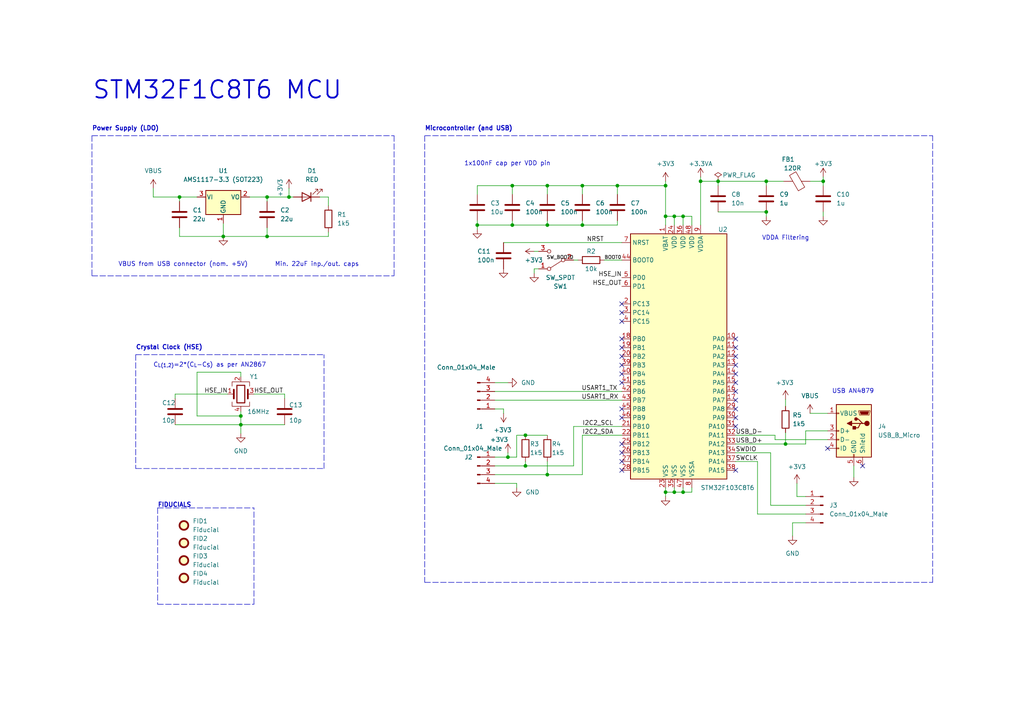
<source format=kicad_sch>
(kicad_sch (version 20211123) (generator eeschema)

  (uuid e63e39d7-6ac0-4ffd-8aa3-1841a4541b55)

  (paper "A4")

  (title_block
    (title "STM32F1C8T6 MCU")
    (date "2023-09-11")
    (rev "0.1")
  )

  (lib_symbols
    (symbol "Connector:Conn_01x04_Male" (pin_names (offset 1.016) hide) (in_bom yes) (on_board yes)
      (property "Reference" "J" (id 0) (at 0 5.08 0)
        (effects (font (size 1.27 1.27)))
      )
      (property "Value" "Conn_01x04_Male" (id 1) (at 0 -7.62 0)
        (effects (font (size 1.27 1.27)))
      )
      (property "Footprint" "" (id 2) (at 0 0 0)
        (effects (font (size 1.27 1.27)) hide)
      )
      (property "Datasheet" "~" (id 3) (at 0 0 0)
        (effects (font (size 1.27 1.27)) hide)
      )
      (property "ki_keywords" "connector" (id 4) (at 0 0 0)
        (effects (font (size 1.27 1.27)) hide)
      )
      (property "ki_description" "Generic connector, single row, 01x04, script generated (kicad-library-utils/schlib/autogen/connector/)" (id 5) (at 0 0 0)
        (effects (font (size 1.27 1.27)) hide)
      )
      (property "ki_fp_filters" "Connector*:*_1x??_*" (id 6) (at 0 0 0)
        (effects (font (size 1.27 1.27)) hide)
      )
      (symbol "Conn_01x04_Male_1_1"
        (polyline
          (pts
            (xy 1.27 -5.08)
            (xy 0.8636 -5.08)
          )
          (stroke (width 0.1524) (type default) (color 0 0 0 0))
          (fill (type none))
        )
        (polyline
          (pts
            (xy 1.27 -2.54)
            (xy 0.8636 -2.54)
          )
          (stroke (width 0.1524) (type default) (color 0 0 0 0))
          (fill (type none))
        )
        (polyline
          (pts
            (xy 1.27 0)
            (xy 0.8636 0)
          )
          (stroke (width 0.1524) (type default) (color 0 0 0 0))
          (fill (type none))
        )
        (polyline
          (pts
            (xy 1.27 2.54)
            (xy 0.8636 2.54)
          )
          (stroke (width 0.1524) (type default) (color 0 0 0 0))
          (fill (type none))
        )
        (rectangle (start 0.8636 -4.953) (end 0 -5.207)
          (stroke (width 0.1524) (type default) (color 0 0 0 0))
          (fill (type outline))
        )
        (rectangle (start 0.8636 -2.413) (end 0 -2.667)
          (stroke (width 0.1524) (type default) (color 0 0 0 0))
          (fill (type outline))
        )
        (rectangle (start 0.8636 0.127) (end 0 -0.127)
          (stroke (width 0.1524) (type default) (color 0 0 0 0))
          (fill (type outline))
        )
        (rectangle (start 0.8636 2.667) (end 0 2.413)
          (stroke (width 0.1524) (type default) (color 0 0 0 0))
          (fill (type outline))
        )
        (pin passive line (at 5.08 2.54 180) (length 3.81)
          (name "Pin_1" (effects (font (size 1.27 1.27))))
          (number "1" (effects (font (size 1.27 1.27))))
        )
        (pin passive line (at 5.08 0 180) (length 3.81)
          (name "Pin_2" (effects (font (size 1.27 1.27))))
          (number "2" (effects (font (size 1.27 1.27))))
        )
        (pin passive line (at 5.08 -2.54 180) (length 3.81)
          (name "Pin_3" (effects (font (size 1.27 1.27))))
          (number "3" (effects (font (size 1.27 1.27))))
        )
        (pin passive line (at 5.08 -5.08 180) (length 3.81)
          (name "Pin_4" (effects (font (size 1.27 1.27))))
          (number "4" (effects (font (size 1.27 1.27))))
        )
      )
    )
    (symbol "Connector:USB_B_Micro" (pin_names (offset 1.016)) (in_bom yes) (on_board yes)
      (property "Reference" "J" (id 0) (at -5.08 11.43 0)
        (effects (font (size 1.27 1.27)) (justify left))
      )
      (property "Value" "USB_B_Micro" (id 1) (at -5.08 8.89 0)
        (effects (font (size 1.27 1.27)) (justify left))
      )
      (property "Footprint" "" (id 2) (at 3.81 -1.27 0)
        (effects (font (size 1.27 1.27)) hide)
      )
      (property "Datasheet" "~" (id 3) (at 3.81 -1.27 0)
        (effects (font (size 1.27 1.27)) hide)
      )
      (property "ki_keywords" "connector USB micro" (id 4) (at 0 0 0)
        (effects (font (size 1.27 1.27)) hide)
      )
      (property "ki_description" "USB Micro Type B connector" (id 5) (at 0 0 0)
        (effects (font (size 1.27 1.27)) hide)
      )
      (property "ki_fp_filters" "USB*" (id 6) (at 0 0 0)
        (effects (font (size 1.27 1.27)) hide)
      )
      (symbol "USB_B_Micro_0_1"
        (rectangle (start -5.08 -7.62) (end 5.08 7.62)
          (stroke (width 0.254) (type default) (color 0 0 0 0))
          (fill (type background))
        )
        (circle (center -3.81 2.159) (radius 0.635)
          (stroke (width 0.254) (type default) (color 0 0 0 0))
          (fill (type outline))
        )
        (circle (center -0.635 3.429) (radius 0.381)
          (stroke (width 0.254) (type default) (color 0 0 0 0))
          (fill (type outline))
        )
        (rectangle (start -0.127 -7.62) (end 0.127 -6.858)
          (stroke (width 0) (type default) (color 0 0 0 0))
          (fill (type none))
        )
        (polyline
          (pts
            (xy -1.905 2.159)
            (xy 0.635 2.159)
          )
          (stroke (width 0.254) (type default) (color 0 0 0 0))
          (fill (type none))
        )
        (polyline
          (pts
            (xy -3.175 2.159)
            (xy -2.54 2.159)
            (xy -1.27 3.429)
            (xy -0.635 3.429)
          )
          (stroke (width 0.254) (type default) (color 0 0 0 0))
          (fill (type none))
        )
        (polyline
          (pts
            (xy -2.54 2.159)
            (xy -1.905 2.159)
            (xy -1.27 0.889)
            (xy 0 0.889)
          )
          (stroke (width 0.254) (type default) (color 0 0 0 0))
          (fill (type none))
        )
        (polyline
          (pts
            (xy 0.635 2.794)
            (xy 0.635 1.524)
            (xy 1.905 2.159)
            (xy 0.635 2.794)
          )
          (stroke (width 0.254) (type default) (color 0 0 0 0))
          (fill (type outline))
        )
        (polyline
          (pts
            (xy -4.318 5.588)
            (xy -1.778 5.588)
            (xy -2.032 4.826)
            (xy -4.064 4.826)
            (xy -4.318 5.588)
          )
          (stroke (width 0) (type default) (color 0 0 0 0))
          (fill (type outline))
        )
        (polyline
          (pts
            (xy -4.699 5.842)
            (xy -4.699 5.588)
            (xy -4.445 4.826)
            (xy -4.445 4.572)
            (xy -1.651 4.572)
            (xy -1.651 4.826)
            (xy -1.397 5.588)
            (xy -1.397 5.842)
            (xy -4.699 5.842)
          )
          (stroke (width 0) (type default) (color 0 0 0 0))
          (fill (type none))
        )
        (rectangle (start 0.254 1.27) (end -0.508 0.508)
          (stroke (width 0.254) (type default) (color 0 0 0 0))
          (fill (type outline))
        )
        (rectangle (start 5.08 -5.207) (end 4.318 -4.953)
          (stroke (width 0) (type default) (color 0 0 0 0))
          (fill (type none))
        )
        (rectangle (start 5.08 -2.667) (end 4.318 -2.413)
          (stroke (width 0) (type default) (color 0 0 0 0))
          (fill (type none))
        )
        (rectangle (start 5.08 -0.127) (end 4.318 0.127)
          (stroke (width 0) (type default) (color 0 0 0 0))
          (fill (type none))
        )
        (rectangle (start 5.08 4.953) (end 4.318 5.207)
          (stroke (width 0) (type default) (color 0 0 0 0))
          (fill (type none))
        )
      )
      (symbol "USB_B_Micro_1_1"
        (pin power_out line (at 7.62 5.08 180) (length 2.54)
          (name "VBUS" (effects (font (size 1.27 1.27))))
          (number "1" (effects (font (size 1.27 1.27))))
        )
        (pin bidirectional line (at 7.62 -2.54 180) (length 2.54)
          (name "D-" (effects (font (size 1.27 1.27))))
          (number "2" (effects (font (size 1.27 1.27))))
        )
        (pin bidirectional line (at 7.62 0 180) (length 2.54)
          (name "D+" (effects (font (size 1.27 1.27))))
          (number "3" (effects (font (size 1.27 1.27))))
        )
        (pin passive line (at 7.62 -5.08 180) (length 2.54)
          (name "ID" (effects (font (size 1.27 1.27))))
          (number "4" (effects (font (size 1.27 1.27))))
        )
        (pin power_out line (at 0 -10.16 90) (length 2.54)
          (name "GND" (effects (font (size 1.27 1.27))))
          (number "5" (effects (font (size 1.27 1.27))))
        )
        (pin passive line (at -2.54 -10.16 90) (length 2.54)
          (name "Shield" (effects (font (size 1.27 1.27))))
          (number "6" (effects (font (size 1.27 1.27))))
        )
      )
    )
    (symbol "Device:C" (pin_numbers hide) (pin_names (offset 0.254)) (in_bom yes) (on_board yes)
      (property "Reference" "C" (id 0) (at 0.635 2.54 0)
        (effects (font (size 1.27 1.27)) (justify left))
      )
      (property "Value" "C" (id 1) (at 0.635 -2.54 0)
        (effects (font (size 1.27 1.27)) (justify left))
      )
      (property "Footprint" "" (id 2) (at 0.9652 -3.81 0)
        (effects (font (size 1.27 1.27)) hide)
      )
      (property "Datasheet" "~" (id 3) (at 0 0 0)
        (effects (font (size 1.27 1.27)) hide)
      )
      (property "ki_keywords" "cap capacitor" (id 4) (at 0 0 0)
        (effects (font (size 1.27 1.27)) hide)
      )
      (property "ki_description" "Unpolarized capacitor" (id 5) (at 0 0 0)
        (effects (font (size 1.27 1.27)) hide)
      )
      (property "ki_fp_filters" "C_*" (id 6) (at 0 0 0)
        (effects (font (size 1.27 1.27)) hide)
      )
      (symbol "C_0_1"
        (polyline
          (pts
            (xy -2.032 -0.762)
            (xy 2.032 -0.762)
          )
          (stroke (width 0.508) (type default) (color 0 0 0 0))
          (fill (type none))
        )
        (polyline
          (pts
            (xy -2.032 0.762)
            (xy 2.032 0.762)
          )
          (stroke (width 0.508) (type default) (color 0 0 0 0))
          (fill (type none))
        )
      )
      (symbol "C_1_1"
        (pin passive line (at 0 3.81 270) (length 2.794)
          (name "~" (effects (font (size 1.27 1.27))))
          (number "1" (effects (font (size 1.27 1.27))))
        )
        (pin passive line (at 0 -3.81 90) (length 2.794)
          (name "~" (effects (font (size 1.27 1.27))))
          (number "2" (effects (font (size 1.27 1.27))))
        )
      )
    )
    (symbol "Device:Crystal_GND24" (pin_names (offset 1.016) hide) (in_bom yes) (on_board yes)
      (property "Reference" "Y" (id 0) (at 3.175 5.08 0)
        (effects (font (size 1.27 1.27)) (justify left))
      )
      (property "Value" "Crystal_GND24" (id 1) (at 3.175 3.175 0)
        (effects (font (size 1.27 1.27)) (justify left))
      )
      (property "Footprint" "" (id 2) (at 0 0 0)
        (effects (font (size 1.27 1.27)) hide)
      )
      (property "Datasheet" "~" (id 3) (at 0 0 0)
        (effects (font (size 1.27 1.27)) hide)
      )
      (property "ki_keywords" "quartz ceramic resonator oscillator" (id 4) (at 0 0 0)
        (effects (font (size 1.27 1.27)) hide)
      )
      (property "ki_description" "Four pin crystal, GND on pins 2 and 4" (id 5) (at 0 0 0)
        (effects (font (size 1.27 1.27)) hide)
      )
      (property "ki_fp_filters" "Crystal*" (id 6) (at 0 0 0)
        (effects (font (size 1.27 1.27)) hide)
      )
      (symbol "Crystal_GND24_0_1"
        (rectangle (start -1.143 2.54) (end 1.143 -2.54)
          (stroke (width 0.3048) (type default) (color 0 0 0 0))
          (fill (type none))
        )
        (polyline
          (pts
            (xy -2.54 0)
            (xy -2.032 0)
          )
          (stroke (width 0) (type default) (color 0 0 0 0))
          (fill (type none))
        )
        (polyline
          (pts
            (xy -2.032 -1.27)
            (xy -2.032 1.27)
          )
          (stroke (width 0.508) (type default) (color 0 0 0 0))
          (fill (type none))
        )
        (polyline
          (pts
            (xy 0 -3.81)
            (xy 0 -3.556)
          )
          (stroke (width 0) (type default) (color 0 0 0 0))
          (fill (type none))
        )
        (polyline
          (pts
            (xy 0 3.556)
            (xy 0 3.81)
          )
          (stroke (width 0) (type default) (color 0 0 0 0))
          (fill (type none))
        )
        (polyline
          (pts
            (xy 2.032 -1.27)
            (xy 2.032 1.27)
          )
          (stroke (width 0.508) (type default) (color 0 0 0 0))
          (fill (type none))
        )
        (polyline
          (pts
            (xy 2.032 0)
            (xy 2.54 0)
          )
          (stroke (width 0) (type default) (color 0 0 0 0))
          (fill (type none))
        )
        (polyline
          (pts
            (xy -2.54 -2.286)
            (xy -2.54 -3.556)
            (xy 2.54 -3.556)
            (xy 2.54 -2.286)
          )
          (stroke (width 0) (type default) (color 0 0 0 0))
          (fill (type none))
        )
        (polyline
          (pts
            (xy -2.54 2.286)
            (xy -2.54 3.556)
            (xy 2.54 3.556)
            (xy 2.54 2.286)
          )
          (stroke (width 0) (type default) (color 0 0 0 0))
          (fill (type none))
        )
      )
      (symbol "Crystal_GND24_1_1"
        (pin passive line (at -3.81 0 0) (length 1.27)
          (name "1" (effects (font (size 1.27 1.27))))
          (number "1" (effects (font (size 1.27 1.27))))
        )
        (pin passive line (at 0 5.08 270) (length 1.27)
          (name "2" (effects (font (size 1.27 1.27))))
          (number "2" (effects (font (size 1.27 1.27))))
        )
        (pin passive line (at 3.81 0 180) (length 1.27)
          (name "3" (effects (font (size 1.27 1.27))))
          (number "3" (effects (font (size 1.27 1.27))))
        )
        (pin passive line (at 0 -5.08 90) (length 1.27)
          (name "4" (effects (font (size 1.27 1.27))))
          (number "4" (effects (font (size 1.27 1.27))))
        )
      )
    )
    (symbol "Device:FerriteBead" (pin_numbers hide) (pin_names (offset 0)) (in_bom yes) (on_board yes)
      (property "Reference" "FB" (id 0) (at -3.81 0.635 90)
        (effects (font (size 1.27 1.27)))
      )
      (property "Value" "FerriteBead" (id 1) (at 3.81 0 90)
        (effects (font (size 1.27 1.27)))
      )
      (property "Footprint" "" (id 2) (at -1.778 0 90)
        (effects (font (size 1.27 1.27)) hide)
      )
      (property "Datasheet" "~" (id 3) (at 0 0 0)
        (effects (font (size 1.27 1.27)) hide)
      )
      (property "ki_keywords" "L ferrite bead inductor filter" (id 4) (at 0 0 0)
        (effects (font (size 1.27 1.27)) hide)
      )
      (property "ki_description" "Ferrite bead" (id 5) (at 0 0 0)
        (effects (font (size 1.27 1.27)) hide)
      )
      (property "ki_fp_filters" "Inductor_* L_* *Ferrite*" (id 6) (at 0 0 0)
        (effects (font (size 1.27 1.27)) hide)
      )
      (symbol "FerriteBead_0_1"
        (polyline
          (pts
            (xy 0 -1.27)
            (xy 0 -1.2192)
          )
          (stroke (width 0) (type default) (color 0 0 0 0))
          (fill (type none))
        )
        (polyline
          (pts
            (xy 0 1.27)
            (xy 0 1.2954)
          )
          (stroke (width 0) (type default) (color 0 0 0 0))
          (fill (type none))
        )
        (polyline
          (pts
            (xy -2.7686 0.4064)
            (xy -1.7018 2.2606)
            (xy 2.7686 -0.3048)
            (xy 1.6764 -2.159)
            (xy -2.7686 0.4064)
          )
          (stroke (width 0) (type default) (color 0 0 0 0))
          (fill (type none))
        )
      )
      (symbol "FerriteBead_1_1"
        (pin passive line (at 0 3.81 270) (length 2.54)
          (name "~" (effects (font (size 1.27 1.27))))
          (number "1" (effects (font (size 1.27 1.27))))
        )
        (pin passive line (at 0 -3.81 90) (length 2.54)
          (name "~" (effects (font (size 1.27 1.27))))
          (number "2" (effects (font (size 1.27 1.27))))
        )
      )
    )
    (symbol "Device:LED" (pin_numbers hide) (pin_names (offset 1.016) hide) (in_bom yes) (on_board yes)
      (property "Reference" "D" (id 0) (at 0 2.54 0)
        (effects (font (size 1.27 1.27)))
      )
      (property "Value" "LED" (id 1) (at 0 -2.54 0)
        (effects (font (size 1.27 1.27)))
      )
      (property "Footprint" "" (id 2) (at 0 0 0)
        (effects (font (size 1.27 1.27)) hide)
      )
      (property "Datasheet" "~" (id 3) (at 0 0 0)
        (effects (font (size 1.27 1.27)) hide)
      )
      (property "ki_keywords" "LED diode" (id 4) (at 0 0 0)
        (effects (font (size 1.27 1.27)) hide)
      )
      (property "ki_description" "Light emitting diode" (id 5) (at 0 0 0)
        (effects (font (size 1.27 1.27)) hide)
      )
      (property "ki_fp_filters" "LED* LED_SMD:* LED_THT:*" (id 6) (at 0 0 0)
        (effects (font (size 1.27 1.27)) hide)
      )
      (symbol "LED_0_1"
        (polyline
          (pts
            (xy -1.27 -1.27)
            (xy -1.27 1.27)
          )
          (stroke (width 0.254) (type default) (color 0 0 0 0))
          (fill (type none))
        )
        (polyline
          (pts
            (xy -1.27 0)
            (xy 1.27 0)
          )
          (stroke (width 0) (type default) (color 0 0 0 0))
          (fill (type none))
        )
        (polyline
          (pts
            (xy 1.27 -1.27)
            (xy 1.27 1.27)
            (xy -1.27 0)
            (xy 1.27 -1.27)
          )
          (stroke (width 0.254) (type default) (color 0 0 0 0))
          (fill (type none))
        )
        (polyline
          (pts
            (xy -3.048 -0.762)
            (xy -4.572 -2.286)
            (xy -3.81 -2.286)
            (xy -4.572 -2.286)
            (xy -4.572 -1.524)
          )
          (stroke (width 0) (type default) (color 0 0 0 0))
          (fill (type none))
        )
        (polyline
          (pts
            (xy -1.778 -0.762)
            (xy -3.302 -2.286)
            (xy -2.54 -2.286)
            (xy -3.302 -2.286)
            (xy -3.302 -1.524)
          )
          (stroke (width 0) (type default) (color 0 0 0 0))
          (fill (type none))
        )
      )
      (symbol "LED_1_1"
        (pin passive line (at -3.81 0 0) (length 2.54)
          (name "K" (effects (font (size 1.27 1.27))))
          (number "1" (effects (font (size 1.27 1.27))))
        )
        (pin passive line (at 3.81 0 180) (length 2.54)
          (name "A" (effects (font (size 1.27 1.27))))
          (number "2" (effects (font (size 1.27 1.27))))
        )
      )
    )
    (symbol "Device:R" (pin_numbers hide) (pin_names (offset 0)) (in_bom yes) (on_board yes)
      (property "Reference" "R" (id 0) (at 2.032 0 90)
        (effects (font (size 1.27 1.27)))
      )
      (property "Value" "R" (id 1) (at 0 0 90)
        (effects (font (size 1.27 1.27)))
      )
      (property "Footprint" "" (id 2) (at -1.778 0 90)
        (effects (font (size 1.27 1.27)) hide)
      )
      (property "Datasheet" "~" (id 3) (at 0 0 0)
        (effects (font (size 1.27 1.27)) hide)
      )
      (property "ki_keywords" "R res resistor" (id 4) (at 0 0 0)
        (effects (font (size 1.27 1.27)) hide)
      )
      (property "ki_description" "Resistor" (id 5) (at 0 0 0)
        (effects (font (size 1.27 1.27)) hide)
      )
      (property "ki_fp_filters" "R_*" (id 6) (at 0 0 0)
        (effects (font (size 1.27 1.27)) hide)
      )
      (symbol "R_0_1"
        (rectangle (start -1.016 -2.54) (end 1.016 2.54)
          (stroke (width 0.254) (type default) (color 0 0 0 0))
          (fill (type none))
        )
      )
      (symbol "R_1_1"
        (pin passive line (at 0 3.81 270) (length 1.27)
          (name "~" (effects (font (size 1.27 1.27))))
          (number "1" (effects (font (size 1.27 1.27))))
        )
        (pin passive line (at 0 -3.81 90) (length 1.27)
          (name "~" (effects (font (size 1.27 1.27))))
          (number "2" (effects (font (size 1.27 1.27))))
        )
      )
    )
    (symbol "MCU_ST_STM32F1:STM32F103C8Tx" (in_bom yes) (on_board yes)
      (property "Reference" "U" (id 0) (at -15.24 36.83 0)
        (effects (font (size 1.27 1.27)) (justify left))
      )
      (property "Value" "STM32F103C8Tx" (id 1) (at 7.62 36.83 0)
        (effects (font (size 1.27 1.27)) (justify left))
      )
      (property "Footprint" "Package_QFP:LQFP-48_7x7mm_P0.5mm" (id 2) (at -15.24 -35.56 0)
        (effects (font (size 1.27 1.27)) (justify right) hide)
      )
      (property "Datasheet" "http://www.st.com/st-web-ui/static/active/en/resource/technical/document/datasheet/CD00161566.pdf" (id 3) (at 0 0 0)
        (effects (font (size 1.27 1.27)) hide)
      )
      (property "ki_keywords" "ARM Cortex-M3 STM32F1 STM32F103" (id 4) (at 0 0 0)
        (effects (font (size 1.27 1.27)) hide)
      )
      (property "ki_description" "ARM Cortex-M3 MCU, 64KB flash, 20KB RAM, 72MHz, 2-3.6V, 37 GPIO, LQFP-48" (id 5) (at 0 0 0)
        (effects (font (size 1.27 1.27)) hide)
      )
      (property "ki_fp_filters" "LQFP*7x7mm*P0.5mm*" (id 6) (at 0 0 0)
        (effects (font (size 1.27 1.27)) hide)
      )
      (symbol "STM32F103C8Tx_0_1"
        (rectangle (start -15.24 -35.56) (end 12.7 35.56)
          (stroke (width 0.254) (type default) (color 0 0 0 0))
          (fill (type background))
        )
      )
      (symbol "STM32F103C8Tx_1_1"
        (pin power_in line (at -5.08 38.1 270) (length 2.54)
          (name "VBAT" (effects (font (size 1.27 1.27))))
          (number "1" (effects (font (size 1.27 1.27))))
        )
        (pin bidirectional line (at 15.24 5.08 180) (length 2.54)
          (name "PA0" (effects (font (size 1.27 1.27))))
          (number "10" (effects (font (size 1.27 1.27))))
        )
        (pin bidirectional line (at 15.24 2.54 180) (length 2.54)
          (name "PA1" (effects (font (size 1.27 1.27))))
          (number "11" (effects (font (size 1.27 1.27))))
        )
        (pin bidirectional line (at 15.24 0 180) (length 2.54)
          (name "PA2" (effects (font (size 1.27 1.27))))
          (number "12" (effects (font (size 1.27 1.27))))
        )
        (pin bidirectional line (at 15.24 -2.54 180) (length 2.54)
          (name "PA3" (effects (font (size 1.27 1.27))))
          (number "13" (effects (font (size 1.27 1.27))))
        )
        (pin bidirectional line (at 15.24 -5.08 180) (length 2.54)
          (name "PA4" (effects (font (size 1.27 1.27))))
          (number "14" (effects (font (size 1.27 1.27))))
        )
        (pin bidirectional line (at 15.24 -7.62 180) (length 2.54)
          (name "PA5" (effects (font (size 1.27 1.27))))
          (number "15" (effects (font (size 1.27 1.27))))
        )
        (pin bidirectional line (at 15.24 -10.16 180) (length 2.54)
          (name "PA6" (effects (font (size 1.27 1.27))))
          (number "16" (effects (font (size 1.27 1.27))))
        )
        (pin bidirectional line (at 15.24 -12.7 180) (length 2.54)
          (name "PA7" (effects (font (size 1.27 1.27))))
          (number "17" (effects (font (size 1.27 1.27))))
        )
        (pin bidirectional line (at -17.78 5.08 0) (length 2.54)
          (name "PB0" (effects (font (size 1.27 1.27))))
          (number "18" (effects (font (size 1.27 1.27))))
        )
        (pin bidirectional line (at -17.78 2.54 0) (length 2.54)
          (name "PB1" (effects (font (size 1.27 1.27))))
          (number "19" (effects (font (size 1.27 1.27))))
        )
        (pin bidirectional line (at -17.78 15.24 0) (length 2.54)
          (name "PC13" (effects (font (size 1.27 1.27))))
          (number "2" (effects (font (size 1.27 1.27))))
        )
        (pin bidirectional line (at -17.78 0 0) (length 2.54)
          (name "PB2" (effects (font (size 1.27 1.27))))
          (number "20" (effects (font (size 1.27 1.27))))
        )
        (pin bidirectional line (at -17.78 -20.32 0) (length 2.54)
          (name "PB10" (effects (font (size 1.27 1.27))))
          (number "21" (effects (font (size 1.27 1.27))))
        )
        (pin bidirectional line (at -17.78 -22.86 0) (length 2.54)
          (name "PB11" (effects (font (size 1.27 1.27))))
          (number "22" (effects (font (size 1.27 1.27))))
        )
        (pin power_in line (at -5.08 -38.1 90) (length 2.54)
          (name "VSS" (effects (font (size 1.27 1.27))))
          (number "23" (effects (font (size 1.27 1.27))))
        )
        (pin power_in line (at -2.54 38.1 270) (length 2.54)
          (name "VDD" (effects (font (size 1.27 1.27))))
          (number "24" (effects (font (size 1.27 1.27))))
        )
        (pin bidirectional line (at -17.78 -25.4 0) (length 2.54)
          (name "PB12" (effects (font (size 1.27 1.27))))
          (number "25" (effects (font (size 1.27 1.27))))
        )
        (pin bidirectional line (at -17.78 -27.94 0) (length 2.54)
          (name "PB13" (effects (font (size 1.27 1.27))))
          (number "26" (effects (font (size 1.27 1.27))))
        )
        (pin bidirectional line (at -17.78 -30.48 0) (length 2.54)
          (name "PB14" (effects (font (size 1.27 1.27))))
          (number "27" (effects (font (size 1.27 1.27))))
        )
        (pin bidirectional line (at -17.78 -33.02 0) (length 2.54)
          (name "PB15" (effects (font (size 1.27 1.27))))
          (number "28" (effects (font (size 1.27 1.27))))
        )
        (pin bidirectional line (at 15.24 -15.24 180) (length 2.54)
          (name "PA8" (effects (font (size 1.27 1.27))))
          (number "29" (effects (font (size 1.27 1.27))))
        )
        (pin bidirectional line (at -17.78 12.7 0) (length 2.54)
          (name "PC14" (effects (font (size 1.27 1.27))))
          (number "3" (effects (font (size 1.27 1.27))))
        )
        (pin bidirectional line (at 15.24 -17.78 180) (length 2.54)
          (name "PA9" (effects (font (size 1.27 1.27))))
          (number "30" (effects (font (size 1.27 1.27))))
        )
        (pin bidirectional line (at 15.24 -20.32 180) (length 2.54)
          (name "PA10" (effects (font (size 1.27 1.27))))
          (number "31" (effects (font (size 1.27 1.27))))
        )
        (pin bidirectional line (at 15.24 -22.86 180) (length 2.54)
          (name "PA11" (effects (font (size 1.27 1.27))))
          (number "32" (effects (font (size 1.27 1.27))))
        )
        (pin bidirectional line (at 15.24 -25.4 180) (length 2.54)
          (name "PA12" (effects (font (size 1.27 1.27))))
          (number "33" (effects (font (size 1.27 1.27))))
        )
        (pin bidirectional line (at 15.24 -27.94 180) (length 2.54)
          (name "PA13" (effects (font (size 1.27 1.27))))
          (number "34" (effects (font (size 1.27 1.27))))
        )
        (pin power_in line (at -2.54 -38.1 90) (length 2.54)
          (name "VSS" (effects (font (size 1.27 1.27))))
          (number "35" (effects (font (size 1.27 1.27))))
        )
        (pin power_in line (at 0 38.1 270) (length 2.54)
          (name "VDD" (effects (font (size 1.27 1.27))))
          (number "36" (effects (font (size 1.27 1.27))))
        )
        (pin bidirectional line (at 15.24 -30.48 180) (length 2.54)
          (name "PA14" (effects (font (size 1.27 1.27))))
          (number "37" (effects (font (size 1.27 1.27))))
        )
        (pin bidirectional line (at 15.24 -33.02 180) (length 2.54)
          (name "PA15" (effects (font (size 1.27 1.27))))
          (number "38" (effects (font (size 1.27 1.27))))
        )
        (pin bidirectional line (at -17.78 -2.54 0) (length 2.54)
          (name "PB3" (effects (font (size 1.27 1.27))))
          (number "39" (effects (font (size 1.27 1.27))))
        )
        (pin bidirectional line (at -17.78 10.16 0) (length 2.54)
          (name "PC15" (effects (font (size 1.27 1.27))))
          (number "4" (effects (font (size 1.27 1.27))))
        )
        (pin bidirectional line (at -17.78 -5.08 0) (length 2.54)
          (name "PB4" (effects (font (size 1.27 1.27))))
          (number "40" (effects (font (size 1.27 1.27))))
        )
        (pin bidirectional line (at -17.78 -7.62 0) (length 2.54)
          (name "PB5" (effects (font (size 1.27 1.27))))
          (number "41" (effects (font (size 1.27 1.27))))
        )
        (pin bidirectional line (at -17.78 -10.16 0) (length 2.54)
          (name "PB6" (effects (font (size 1.27 1.27))))
          (number "42" (effects (font (size 1.27 1.27))))
        )
        (pin bidirectional line (at -17.78 -12.7 0) (length 2.54)
          (name "PB7" (effects (font (size 1.27 1.27))))
          (number "43" (effects (font (size 1.27 1.27))))
        )
        (pin input line (at -17.78 27.94 0) (length 2.54)
          (name "BOOT0" (effects (font (size 1.27 1.27))))
          (number "44" (effects (font (size 1.27 1.27))))
        )
        (pin bidirectional line (at -17.78 -15.24 0) (length 2.54)
          (name "PB8" (effects (font (size 1.27 1.27))))
          (number "45" (effects (font (size 1.27 1.27))))
        )
        (pin bidirectional line (at -17.78 -17.78 0) (length 2.54)
          (name "PB9" (effects (font (size 1.27 1.27))))
          (number "46" (effects (font (size 1.27 1.27))))
        )
        (pin power_in line (at 0 -38.1 90) (length 2.54)
          (name "VSS" (effects (font (size 1.27 1.27))))
          (number "47" (effects (font (size 1.27 1.27))))
        )
        (pin power_in line (at 2.54 38.1 270) (length 2.54)
          (name "VDD" (effects (font (size 1.27 1.27))))
          (number "48" (effects (font (size 1.27 1.27))))
        )
        (pin input line (at -17.78 22.86 0) (length 2.54)
          (name "PD0" (effects (font (size 1.27 1.27))))
          (number "5" (effects (font (size 1.27 1.27))))
        )
        (pin input line (at -17.78 20.32 0) (length 2.54)
          (name "PD1" (effects (font (size 1.27 1.27))))
          (number "6" (effects (font (size 1.27 1.27))))
        )
        (pin input line (at -17.78 33.02 0) (length 2.54)
          (name "NRST" (effects (font (size 1.27 1.27))))
          (number "7" (effects (font (size 1.27 1.27))))
        )
        (pin power_in line (at 2.54 -38.1 90) (length 2.54)
          (name "VSSA" (effects (font (size 1.27 1.27))))
          (number "8" (effects (font (size 1.27 1.27))))
        )
        (pin power_in line (at 5.08 38.1 270) (length 2.54)
          (name "VDDA" (effects (font (size 1.27 1.27))))
          (number "9" (effects (font (size 1.27 1.27))))
        )
      )
    )
    (symbol "Mechanical:Fiducial" (in_bom yes) (on_board yes)
      (property "Reference" "FID" (id 0) (at 0 5.08 0)
        (effects (font (size 1.27 1.27)))
      )
      (property "Value" "Fiducial" (id 1) (at 0 3.175 0)
        (effects (font (size 1.27 1.27)))
      )
      (property "Footprint" "" (id 2) (at 0 0 0)
        (effects (font (size 1.27 1.27)) hide)
      )
      (property "Datasheet" "~" (id 3) (at 0 0 0)
        (effects (font (size 1.27 1.27)) hide)
      )
      (property "ki_keywords" "fiducial marker" (id 4) (at 0 0 0)
        (effects (font (size 1.27 1.27)) hide)
      )
      (property "ki_description" "Fiducial Marker" (id 5) (at 0 0 0)
        (effects (font (size 1.27 1.27)) hide)
      )
      (property "ki_fp_filters" "Fiducial*" (id 6) (at 0 0 0)
        (effects (font (size 1.27 1.27)) hide)
      )
      (symbol "Fiducial_0_1"
        (circle (center 0 0) (radius 1.27)
          (stroke (width 0.508) (type default) (color 0 0 0 0))
          (fill (type background))
        )
      )
    )
    (symbol "Regulator_Linear:AMS1117-3.3" (pin_names (offset 0.254)) (in_bom yes) (on_board yes)
      (property "Reference" "U" (id 0) (at -3.81 3.175 0)
        (effects (font (size 1.27 1.27)))
      )
      (property "Value" "AMS1117-3.3" (id 1) (at 0 3.175 0)
        (effects (font (size 1.27 1.27)) (justify left))
      )
      (property "Footprint" "Package_TO_SOT_SMD:SOT-223-3_TabPin2" (id 2) (at 0 5.08 0)
        (effects (font (size 1.27 1.27)) hide)
      )
      (property "Datasheet" "http://www.advanced-monolithic.com/pdf/ds1117.pdf" (id 3) (at 2.54 -6.35 0)
        (effects (font (size 1.27 1.27)) hide)
      )
      (property "ki_keywords" "linear regulator ldo fixed positive" (id 4) (at 0 0 0)
        (effects (font (size 1.27 1.27)) hide)
      )
      (property "ki_description" "1A Low Dropout regulator, positive, 3.3V fixed output, SOT-223" (id 5) (at 0 0 0)
        (effects (font (size 1.27 1.27)) hide)
      )
      (property "ki_fp_filters" "SOT?223*TabPin2*" (id 6) (at 0 0 0)
        (effects (font (size 1.27 1.27)) hide)
      )
      (symbol "AMS1117-3.3_0_1"
        (rectangle (start -5.08 -5.08) (end 5.08 1.905)
          (stroke (width 0.254) (type default) (color 0 0 0 0))
          (fill (type background))
        )
      )
      (symbol "AMS1117-3.3_1_1"
        (pin power_in line (at 0 -7.62 90) (length 2.54)
          (name "GND" (effects (font (size 1.27 1.27))))
          (number "1" (effects (font (size 1.27 1.27))))
        )
        (pin power_out line (at 7.62 0 180) (length 2.54)
          (name "VO" (effects (font (size 1.27 1.27))))
          (number "2" (effects (font (size 1.27 1.27))))
        )
        (pin power_in line (at -7.62 0 0) (length 2.54)
          (name "VI" (effects (font (size 1.27 1.27))))
          (number "3" (effects (font (size 1.27 1.27))))
        )
      )
    )
    (symbol "Switch:SW_SPDT" (pin_names (offset 0) hide) (in_bom yes) (on_board yes)
      (property "Reference" "SW" (id 0) (at 0 4.318 0)
        (effects (font (size 1.27 1.27)))
      )
      (property "Value" "SW_SPDT" (id 1) (at 0 -5.08 0)
        (effects (font (size 1.27 1.27)))
      )
      (property "Footprint" "" (id 2) (at 0 0 0)
        (effects (font (size 1.27 1.27)) hide)
      )
      (property "Datasheet" "~" (id 3) (at 0 0 0)
        (effects (font (size 1.27 1.27)) hide)
      )
      (property "ki_keywords" "switch single-pole double-throw spdt ON-ON" (id 4) (at 0 0 0)
        (effects (font (size 1.27 1.27)) hide)
      )
      (property "ki_description" "Switch, single pole double throw" (id 5) (at 0 0 0)
        (effects (font (size 1.27 1.27)) hide)
      )
      (symbol "SW_SPDT_0_0"
        (circle (center -2.032 0) (radius 0.508)
          (stroke (width 0) (type default) (color 0 0 0 0))
          (fill (type none))
        )
        (circle (center 2.032 -2.54) (radius 0.508)
          (stroke (width 0) (type default) (color 0 0 0 0))
          (fill (type none))
        )
      )
      (symbol "SW_SPDT_0_1"
        (polyline
          (pts
            (xy -1.524 0.254)
            (xy 1.651 2.286)
          )
          (stroke (width 0) (type default) (color 0 0 0 0))
          (fill (type none))
        )
        (circle (center 2.032 2.54) (radius 0.508)
          (stroke (width 0) (type default) (color 0 0 0 0))
          (fill (type none))
        )
      )
      (symbol "SW_SPDT_1_1"
        (pin passive line (at 5.08 2.54 180) (length 2.54)
          (name "A" (effects (font (size 1.27 1.27))))
          (number "1" (effects (font (size 1.27 1.27))))
        )
        (pin passive line (at -5.08 0 0) (length 2.54)
          (name "B" (effects (font (size 1.27 1.27))))
          (number "2" (effects (font (size 1.27 1.27))))
        )
        (pin passive line (at 5.08 -2.54 180) (length 2.54)
          (name "C" (effects (font (size 1.27 1.27))))
          (number "3" (effects (font (size 1.27 1.27))))
        )
      )
    )
    (symbol "power:+3.3V" (power) (pin_names (offset 0)) (in_bom yes) (on_board yes)
      (property "Reference" "#PWR" (id 0) (at 0 -3.81 0)
        (effects (font (size 1.27 1.27)) hide)
      )
      (property "Value" "+3.3V" (id 1) (at 0 3.556 0)
        (effects (font (size 1.27 1.27)))
      )
      (property "Footprint" "" (id 2) (at 0 0 0)
        (effects (font (size 1.27 1.27)) hide)
      )
      (property "Datasheet" "" (id 3) (at 0 0 0)
        (effects (font (size 1.27 1.27)) hide)
      )
      (property "ki_keywords" "power-flag" (id 4) (at 0 0 0)
        (effects (font (size 1.27 1.27)) hide)
      )
      (property "ki_description" "Power symbol creates a global label with name \"+3.3V\"" (id 5) (at 0 0 0)
        (effects (font (size 1.27 1.27)) hide)
      )
      (symbol "+3.3V_0_1"
        (polyline
          (pts
            (xy -0.762 1.27)
            (xy 0 2.54)
          )
          (stroke (width 0) (type default) (color 0 0 0 0))
          (fill (type none))
        )
        (polyline
          (pts
            (xy 0 0)
            (xy 0 2.54)
          )
          (stroke (width 0) (type default) (color 0 0 0 0))
          (fill (type none))
        )
        (polyline
          (pts
            (xy 0 2.54)
            (xy 0.762 1.27)
          )
          (stroke (width 0) (type default) (color 0 0 0 0))
          (fill (type none))
        )
      )
      (symbol "+3.3V_1_1"
        (pin power_in line (at 0 0 90) (length 0) hide
          (name "+3V3" (effects (font (size 1.27 1.27))))
          (number "1" (effects (font (size 1.27 1.27))))
        )
      )
    )
    (symbol "power:+3.3VA" (power) (pin_names (offset 0)) (in_bom yes) (on_board yes)
      (property "Reference" "#PWR" (id 0) (at 0 -3.81 0)
        (effects (font (size 1.27 1.27)) hide)
      )
      (property "Value" "+3.3VA" (id 1) (at 0 3.556 0)
        (effects (font (size 1.27 1.27)))
      )
      (property "Footprint" "" (id 2) (at 0 0 0)
        (effects (font (size 1.27 1.27)) hide)
      )
      (property "Datasheet" "" (id 3) (at 0 0 0)
        (effects (font (size 1.27 1.27)) hide)
      )
      (property "ki_keywords" "power-flag" (id 4) (at 0 0 0)
        (effects (font (size 1.27 1.27)) hide)
      )
      (property "ki_description" "Power symbol creates a global label with name \"+3.3VA\"" (id 5) (at 0 0 0)
        (effects (font (size 1.27 1.27)) hide)
      )
      (symbol "+3.3VA_0_1"
        (polyline
          (pts
            (xy -0.762 1.27)
            (xy 0 2.54)
          )
          (stroke (width 0) (type default) (color 0 0 0 0))
          (fill (type none))
        )
        (polyline
          (pts
            (xy 0 0)
            (xy 0 2.54)
          )
          (stroke (width 0) (type default) (color 0 0 0 0))
          (fill (type none))
        )
        (polyline
          (pts
            (xy 0 2.54)
            (xy 0.762 1.27)
          )
          (stroke (width 0) (type default) (color 0 0 0 0))
          (fill (type none))
        )
      )
      (symbol "+3.3VA_1_1"
        (pin power_in line (at 0 0 90) (length 0) hide
          (name "+3.3VA" (effects (font (size 1.27 1.27))))
          (number "1" (effects (font (size 1.27 1.27))))
        )
      )
    )
    (symbol "power:GND" (power) (pin_names (offset 0)) (in_bom yes) (on_board yes)
      (property "Reference" "#PWR" (id 0) (at 0 -6.35 0)
        (effects (font (size 1.27 1.27)) hide)
      )
      (property "Value" "GND" (id 1) (at 0 -3.81 0)
        (effects (font (size 1.27 1.27)))
      )
      (property "Footprint" "" (id 2) (at 0 0 0)
        (effects (font (size 1.27 1.27)) hide)
      )
      (property "Datasheet" "" (id 3) (at 0 0 0)
        (effects (font (size 1.27 1.27)) hide)
      )
      (property "ki_keywords" "power-flag" (id 4) (at 0 0 0)
        (effects (font (size 1.27 1.27)) hide)
      )
      (property "ki_description" "Power symbol creates a global label with name \"GND\" , ground" (id 5) (at 0 0 0)
        (effects (font (size 1.27 1.27)) hide)
      )
      (symbol "GND_0_1"
        (polyline
          (pts
            (xy 0 0)
            (xy 0 -1.27)
            (xy 1.27 -1.27)
            (xy 0 -2.54)
            (xy -1.27 -1.27)
            (xy 0 -1.27)
          )
          (stroke (width 0) (type default) (color 0 0 0 0))
          (fill (type none))
        )
      )
      (symbol "GND_1_1"
        (pin power_in line (at 0 0 270) (length 0) hide
          (name "GND" (effects (font (size 1.27 1.27))))
          (number "1" (effects (font (size 1.27 1.27))))
        )
      )
    )
    (symbol "power:PWR_FLAG" (power) (pin_numbers hide) (pin_names (offset 0) hide) (in_bom yes) (on_board yes)
      (property "Reference" "#FLG" (id 0) (at 0 1.905 0)
        (effects (font (size 1.27 1.27)) hide)
      )
      (property "Value" "PWR_FLAG" (id 1) (at 0 3.81 0)
        (effects (font (size 1.27 1.27)))
      )
      (property "Footprint" "" (id 2) (at 0 0 0)
        (effects (font (size 1.27 1.27)) hide)
      )
      (property "Datasheet" "~" (id 3) (at 0 0 0)
        (effects (font (size 1.27 1.27)) hide)
      )
      (property "ki_keywords" "power-flag" (id 4) (at 0 0 0)
        (effects (font (size 1.27 1.27)) hide)
      )
      (property "ki_description" "Special symbol for telling ERC where power comes from" (id 5) (at 0 0 0)
        (effects (font (size 1.27 1.27)) hide)
      )
      (symbol "PWR_FLAG_0_0"
        (pin power_out line (at 0 0 90) (length 0)
          (name "pwr" (effects (font (size 1.27 1.27))))
          (number "1" (effects (font (size 1.27 1.27))))
        )
      )
      (symbol "PWR_FLAG_0_1"
        (polyline
          (pts
            (xy 0 0)
            (xy 0 1.27)
            (xy -1.016 1.905)
            (xy 0 2.54)
            (xy 1.016 1.905)
            (xy 0 1.27)
          )
          (stroke (width 0) (type default) (color 0 0 0 0))
          (fill (type none))
        )
      )
    )
    (symbol "power:VBUS" (power) (pin_names (offset 0)) (in_bom yes) (on_board yes)
      (property "Reference" "#PWR" (id 0) (at 0 -3.81 0)
        (effects (font (size 1.27 1.27)) hide)
      )
      (property "Value" "VBUS" (id 1) (at 0 3.81 0)
        (effects (font (size 1.27 1.27)))
      )
      (property "Footprint" "" (id 2) (at 0 0 0)
        (effects (font (size 1.27 1.27)) hide)
      )
      (property "Datasheet" "" (id 3) (at 0 0 0)
        (effects (font (size 1.27 1.27)) hide)
      )
      (property "ki_keywords" "power-flag" (id 4) (at 0 0 0)
        (effects (font (size 1.27 1.27)) hide)
      )
      (property "ki_description" "Power symbol creates a global label with name \"VBUS\"" (id 5) (at 0 0 0)
        (effects (font (size 1.27 1.27)) hide)
      )
      (symbol "VBUS_0_1"
        (polyline
          (pts
            (xy -0.762 1.27)
            (xy 0 2.54)
          )
          (stroke (width 0) (type default) (color 0 0 0 0))
          (fill (type none))
        )
        (polyline
          (pts
            (xy 0 0)
            (xy 0 2.54)
          )
          (stroke (width 0) (type default) (color 0 0 0 0))
          (fill (type none))
        )
        (polyline
          (pts
            (xy 0 2.54)
            (xy 0.762 1.27)
          )
          (stroke (width 0) (type default) (color 0 0 0 0))
          (fill (type none))
        )
      )
      (symbol "VBUS_1_1"
        (pin power_in line (at 0 0 90) (length 0) hide
          (name "VBUS" (effects (font (size 1.27 1.27))))
          (number "1" (effects (font (size 1.27 1.27))))
        )
      )
    )
  )

  (junction (at 69.85 120.65) (diameter 0) (color 0 0 0 0)
    (uuid 069991dc-50a8-4365-9067-51c47d73f796)
  )
  (junction (at 147.32 132.588) (diameter 0) (color 0 0 0 0)
    (uuid 0d4de0fd-0da0-4a55-998b-0d3c163715e9)
  )
  (junction (at 148.59 53.848) (diameter 0) (color 0 0 0 0)
    (uuid 1c529637-bcf7-4b59-b8d0-b782298e3e56)
  )
  (junction (at 193.04 142.748) (diameter 0) (color 0 0 0 0)
    (uuid 1f6c43a1-13da-4c15-b9e7-f5adcce77e21)
  )
  (junction (at 77.47 57.15) (diameter 0) (color 0 0 0 0)
    (uuid 22e9bfc2-57e8-4082-80c3-403978f029b8)
  )
  (junction (at 152.4 126.238) (diameter 0) (color 0 0 0 0)
    (uuid 2de5a4ca-2afb-4d49-9aa9-e5a9edacc1ec)
  )
  (junction (at 168.91 53.848) (diameter 0) (color 0 0 0 0)
    (uuid 30f05a35-4bdd-4157-b5f9-45106f52d2de)
  )
  (junction (at 152.4 135.128) (diameter 0) (color 0 0 0 0)
    (uuid 34786565-44c0-4318-9e45-fdcc87e793d9)
  )
  (junction (at 198.12 142.748) (diameter 0) (color 0 0 0 0)
    (uuid 481d8a83-5a5c-4227-8070-68956f518d8e)
  )
  (junction (at 77.47 68.58) (diameter 0) (color 0 0 0 0)
    (uuid 5c236733-7d1b-403c-a93d-2c56e2e042ca)
  )
  (junction (at 64.77 68.58) (diameter 0) (color 0 0 0 0)
    (uuid 683eaeeb-aff3-4502-897b-3c82fb2a9029)
  )
  (junction (at 158.75 53.848) (diameter 0) (color 0 0 0 0)
    (uuid 68cfbe1a-ffcb-4c8f-adf2-35aa9f307d3a)
  )
  (junction (at 179.07 53.848) (diameter 0) (color 0 0 0 0)
    (uuid 6f13bb93-4305-4d46-9d4d-c42f38e69acb)
  )
  (junction (at 238.76 52.578) (diameter 0) (color 0 0 0 0)
    (uuid 817fed7b-d1c2-4df7-bfdf-9e596607ec57)
  )
  (junction (at 195.58 142.748) (diameter 0) (color 0 0 0 0)
    (uuid 850206b1-3602-41df-a8fc-bd5b9e3083ca)
  )
  (junction (at 222.25 61.468) (diameter 0) (color 0 0 0 0)
    (uuid 8f346579-46c8-46a2-a7da-4ead4cee7203)
  )
  (junction (at 227.838 128.778) (diameter 0) (color 0 0 0 0)
    (uuid 9bb6b0f2-be6c-401e-ac7a-063ed224ac25)
  )
  (junction (at 208.28 52.578) (diameter 0) (color 0 0 0 0)
    (uuid bbf9b53c-0771-4fc2-992f-17085bf36139)
  )
  (junction (at 138.43 65.278) (diameter 0) (color 0 0 0 0)
    (uuid be3dbb71-02c6-404e-b1de-055d866e6cd7)
  )
  (junction (at 158.75 65.278) (diameter 0) (color 0 0 0 0)
    (uuid c047c4be-7926-4edc-bd8d-e2a15f11fe0d)
  )
  (junction (at 195.58 62.738) (diameter 0) (color 0 0 0 0)
    (uuid c5c92d6c-51c1-4fb0-b50f-157c23183217)
  )
  (junction (at 193.04 62.738) (diameter 0) (color 0 0 0 0)
    (uuid c8b47de3-9967-493d-822c-76c205dfb9f4)
  )
  (junction (at 148.59 65.278) (diameter 0) (color 0 0 0 0)
    (uuid cc7d6fe5-79f5-435a-8273-eca846396f51)
  )
  (junction (at 198.12 62.738) (diameter 0) (color 0 0 0 0)
    (uuid d15535de-2a04-49f8-877c-5ce20545b961)
  )
  (junction (at 222.25 52.578) (diameter 0) (color 0 0 0 0)
    (uuid d46b40d7-2468-4346-9e6d-166d59e28de6)
  )
  (junction (at 168.91 65.278) (diameter 0) (color 0 0 0 0)
    (uuid db2b0440-5b60-4725-90b9-9184e16fa89d)
  )
  (junction (at 158.75 137.668) (diameter 0) (color 0 0 0 0)
    (uuid df31a0b0-da6a-4377-a5f7-2b84e4b7bf77)
  )
  (junction (at 52.07 57.15) (diameter 0) (color 0 0 0 0)
    (uuid e3c68803-28bc-46a7-928b-9e74373211c2)
  )
  (junction (at 203.2 52.578) (diameter 0) (color 0 0 0 0)
    (uuid efc4a1cf-9652-4e79-a043-42bde0003ade)
  )
  (junction (at 83.82 57.15) (diameter 0) (color 0 0 0 0)
    (uuid fcb5a63d-0186-4095-8334-c2f3d1c66cff)
  )
  (junction (at 193.04 53.848) (diameter 0) (color 0 0 0 0)
    (uuid fd50bc3b-7a25-451f-a548-a910089c9364)
  )
  (junction (at 69.85 123.19) (diameter 0) (color 0 0 0 0)
    (uuid fef82338-3ae3-4332-a6e4-066fcb6cc2f6)
  )

  (no_connect (at 213.36 98.298) (uuid 04482ea4-6303-4fa9-acb8-92ebe1e104d5))
  (no_connect (at 213.36 108.458) (uuid 05b1a3fb-0b94-48a5-af91-c2aaa041cb3f))
  (no_connect (at 213.36 103.378) (uuid 117d8159-465d-4448-92d7-d13e3b447d48))
  (no_connect (at 180.34 131.318) (uuid 1df6b0dc-bab5-41cc-9c7e-29528e436ef0))
  (no_connect (at 180.34 121.158) (uuid 32d1a214-c81b-47d2-9111-7ca1c7c8a7a1))
  (no_connect (at 213.36 136.398) (uuid 380ae4a1-bf7c-40ff-90c3-5b8d87e96d22))
  (no_connect (at 213.36 105.918) (uuid 4212c4c4-bde0-43a3-98b7-025b1ceca9ea))
  (no_connect (at 213.36 100.838) (uuid 442ce8f5-795a-4b65-b148-b8c098abd766))
  (no_connect (at 213.36 110.998) (uuid 4ac28ba7-90bb-4cbd-a2b5-c515da241b0b))
  (no_connect (at 180.34 105.918) (uuid 4c7e4bc6-e748-4d47-a5ab-1a8ecd93cfab))
  (no_connect (at 180.34 98.298) (uuid 5311aafc-ce7d-4d2d-bac2-c76611f6c42b))
  (no_connect (at 213.36 123.698) (uuid 53d42370-bbcb-40cb-bca2-79c17f49d3a5))
  (no_connect (at 213.36 116.078) (uuid 5874866b-cd4d-4873-98a3-e1fc995bd27d))
  (no_connect (at 180.34 136.398) (uuid 5bef7c1c-e894-4da0-ace8-8f24ac13a184))
  (no_connect (at 180.34 88.138) (uuid 7287f217-ffd7-4e8a-b453-59406d6bddc8))
  (no_connect (at 180.34 133.858) (uuid 7a39a898-7b8a-417b-8964-51905676992d))
  (no_connect (at 180.34 100.838) (uuid 7d6ed711-0108-453c-9b45-8ef03ee47348))
  (no_connect (at 180.34 118.618) (uuid 88345bc2-0f1b-491a-ae2c-924fa843196c))
  (no_connect (at 180.34 108.458) (uuid 9b6871e2-804c-43bf-9d86-752518bf3305))
  (no_connect (at 180.34 90.678) (uuid a3b88d68-e23e-472b-bea6-e970793a1e85))
  (no_connect (at 180.34 110.998) (uuid a5745c47-6165-452a-b668-9bb69ea116c0))
  (no_connect (at 213.36 118.618) (uuid cc2af993-fdbf-4d5d-9aaa-0f192a4e2035))
  (no_connect (at 180.34 93.218) (uuid e0f49f1b-d0b9-4b75-a815-40c1aae0bfda))
  (no_connect (at 213.36 121.158) (uuid e9892507-d1ef-4006-980f-d3f2a135c15b))
  (no_connect (at 250.19 135.128) (uuid ea44a2c4-74e4-4fa1-a2b0-08e7c5b337b4))
  (no_connect (at 180.34 103.378) (uuid f73599d8-b8cf-4657-8143-730d33a28ca6))
  (no_connect (at 240.03 130.048) (uuid f7c5ad03-f248-4fac-b57d-8ce5fcfa737e))
  (no_connect (at 180.34 128.778) (uuid fb9df10e-d010-4dc7-bcd8-b3576a1c11ca))
  (no_connect (at 213.36 113.538) (uuid fc6df895-8633-4c63-a196-6c2fffce3054))

  (wire (pts (xy 83.82 57.15) (xy 85.09 57.15))
    (stroke (width 0) (type default) (color 0 0 0 0))
    (uuid 020bb59f-e22e-463d-86b0-a2c084b468d7)
  )
  (wire (pts (xy 238.76 51.308) (xy 238.76 52.578))
    (stroke (width 0) (type default) (color 0 0 0 0))
    (uuid 028359e2-346d-4916-99ff-86dbbac0ce94)
  )
  (wire (pts (xy 233.68 151.638) (xy 229.87 151.638))
    (stroke (width 0) (type default) (color 0 0 0 0))
    (uuid 03f5b435-2308-478e-a354-89f114370b12)
  )
  (wire (pts (xy 168.91 53.848) (xy 168.91 56.388))
    (stroke (width 0) (type default) (color 0 0 0 0))
    (uuid 053d1550-decd-4267-86b6-8d00d60467e4)
  )
  (wire (pts (xy 143.51 110.998) (xy 147.32 110.998))
    (stroke (width 0) (type default) (color 0 0 0 0))
    (uuid 055c3ea3-2f19-4ca3-9331-60b0bf245082)
  )
  (wire (pts (xy 222.25 53.848) (xy 222.25 52.578))
    (stroke (width 0) (type default) (color 0 0 0 0))
    (uuid 0620f3b2-6c20-494b-918a-e627b049202a)
  )
  (wire (pts (xy 227.838 128.778) (xy 213.36 128.778))
    (stroke (width 0) (type default) (color 0 0 0 0))
    (uuid 0aab6560-f5eb-4680-9ceb-27b7edf3e478)
  )
  (wire (pts (xy 200.66 141.478) (xy 200.66 142.748))
    (stroke (width 0) (type default) (color 0 0 0 0))
    (uuid 0e19773a-7c06-4420-887f-d4c599be7171)
  )
  (wire (pts (xy 148.59 64.008) (xy 148.59 65.278))
    (stroke (width 0) (type default) (color 0 0 0 0))
    (uuid 10306998-eca0-4b2b-970e-43c2d1f796df)
  )
  (wire (pts (xy 166.37 123.698) (xy 180.34 123.698))
    (stroke (width 0) (type default) (color 0 0 0 0))
    (uuid 13e351a4-b8d8-4067-8ef0-c23c2e128620)
  )
  (wire (pts (xy 77.47 57.15) (xy 77.47 58.42))
    (stroke (width 0) (type default) (color 0 0 0 0))
    (uuid 14bc9494-4c82-45ed-a3ec-f62858787c30)
  )
  (wire (pts (xy 168.91 53.848) (xy 179.07 53.848))
    (stroke (width 0) (type default) (color 0 0 0 0))
    (uuid 158a9ab8-77d8-4c9a-b44f-32e2d0827808)
  )
  (wire (pts (xy 229.87 151.638) (xy 229.87 155.448))
    (stroke (width 0) (type default) (color 0 0 0 0))
    (uuid 1615bae4-bc92-4540-9dce-0328e1e42719)
  )
  (wire (pts (xy 240.03 127.508) (xy 224.79 127.508))
    (stroke (width 0) (type default) (color 0 0 0 0))
    (uuid 17643820-5f0a-4406-b8f8-d4df668d496f)
  )
  (wire (pts (xy 166.37 123.698) (xy 166.37 135.128))
    (stroke (width 0) (type default) (color 0 0 0 0))
    (uuid 182f6000-6743-4b89-9d3f-edb644b47261)
  )
  (wire (pts (xy 95.25 57.15) (xy 95.25 59.69))
    (stroke (width 0) (type default) (color 0 0 0 0))
    (uuid 18a2e344-91bb-4e18-824b-140fb178b5df)
  )
  (wire (pts (xy 57.15 57.15) (xy 52.07 57.15))
    (stroke (width 0) (type default) (color 0 0 0 0))
    (uuid 194d92eb-58d2-4d88-8957-9703ffabefe1)
  )
  (wire (pts (xy 193.04 141.478) (xy 193.04 142.748))
    (stroke (width 0) (type default) (color 0 0 0 0))
    (uuid 1d72346c-b99b-4c6d-9e88-bc877176be56)
  )
  (wire (pts (xy 198.12 141.478) (xy 198.12 142.748))
    (stroke (width 0) (type default) (color 0 0 0 0))
    (uuid 1eccb7bf-ec6a-4551-ba5a-337a64d5e80e)
  )
  (wire (pts (xy 69.85 119.38) (xy 69.85 120.65))
    (stroke (width 0) (type default) (color 0 0 0 0))
    (uuid 20a81d20-63b3-47b4-b6e3-c819fa84619a)
  )
  (wire (pts (xy 57.15 120.65) (xy 69.85 120.65))
    (stroke (width 0) (type default) (color 0 0 0 0))
    (uuid 2540a23a-4036-4a0f-b503-1a97a7782b2b)
  )
  (wire (pts (xy 138.43 64.008) (xy 138.43 65.278))
    (stroke (width 0) (type default) (color 0 0 0 0))
    (uuid 25741f5a-16fc-44eb-87a3-c21b70107ac1)
  )
  (wire (pts (xy 166.37 75.438) (xy 167.64 75.438))
    (stroke (width 0) (type default) (color 0 0 0 0))
    (uuid 27482bc9-7e97-40b5-884c-74bf813cac30)
  )
  (polyline (pts (xy 123.19 39.37) (xy 270.51 39.37))
    (stroke (width 0) (type default) (color 0 0 0 0))
    (uuid 2bc2ef4b-e4d1-4af3-acc2-2df8d5994c7c)
  )

  (wire (pts (xy 193.04 62.738) (xy 193.04 65.278))
    (stroke (width 0) (type default) (color 0 0 0 0))
    (uuid 2d167096-255a-4123-910c-cac4b0137578)
  )
  (wire (pts (xy 198.12 62.738) (xy 195.58 62.738))
    (stroke (width 0) (type default) (color 0 0 0 0))
    (uuid 2f3386e4-776c-4fd8-a358-179b6aee75b7)
  )
  (wire (pts (xy 146.05 118.618) (xy 146.05 119.888))
    (stroke (width 0) (type default) (color 0 0 0 0))
    (uuid 302fa965-c2ae-4d56-bd50-7ae8a18cf0b7)
  )
  (wire (pts (xy 52.07 57.15) (xy 52.07 58.42))
    (stroke (width 0) (type default) (color 0 0 0 0))
    (uuid 33a9a300-8a07-4f98-87b3-dd1fa4367c42)
  )
  (wire (pts (xy 193.04 53.848) (xy 193.04 62.738))
    (stroke (width 0) (type default) (color 0 0 0 0))
    (uuid 34c97af4-5783-44f9-8c2a-acb9679b3c43)
  )
  (wire (pts (xy 208.28 61.468) (xy 222.25 61.468))
    (stroke (width 0) (type default) (color 0 0 0 0))
    (uuid 37d29755-1714-43e4-8497-5eddcc2286fd)
  )
  (polyline (pts (xy 73.66 175.26) (xy 73.66 147.32))
    (stroke (width 0) (type default) (color 0 0 0 0))
    (uuid 37d3f758-1e38-4a7e-9ee3-93859c68851e)
  )
  (polyline (pts (xy 26.67 80.01) (xy 114.3 80.01))
    (stroke (width 0) (type default) (color 0 0 0 0))
    (uuid 3d185a5b-d686-43d3-8014-54ccb4c4440e)
  )

  (wire (pts (xy 149.86 126.238) (xy 149.86 132.588))
    (stroke (width 0) (type default) (color 0 0 0 0))
    (uuid 3d5736f4-ec89-4077-ab70-fad1d85a8898)
  )
  (wire (pts (xy 193.04 142.748) (xy 193.04 144.018))
    (stroke (width 0) (type default) (color 0 0 0 0))
    (uuid 3da9302f-7698-441a-9848-c604aaf1613a)
  )
  (wire (pts (xy 138.43 56.388) (xy 138.43 53.848))
    (stroke (width 0) (type default) (color 0 0 0 0))
    (uuid 40893a5a-a0c0-4e40-add6-e2d7fd19b562)
  )
  (wire (pts (xy 158.75 64.008) (xy 158.75 65.278))
    (stroke (width 0) (type default) (color 0 0 0 0))
    (uuid 43a440f1-e687-4419-a7d2-c0616f865e48)
  )
  (wire (pts (xy 154.94 77.978) (xy 156.21 77.978))
    (stroke (width 0) (type default) (color 0 0 0 0))
    (uuid 44393ec8-df4d-4864-90eb-2cfa746bff65)
  )
  (wire (pts (xy 198.12 65.278) (xy 198.12 62.738))
    (stroke (width 0) (type default) (color 0 0 0 0))
    (uuid 48f08a82-ecfd-42e6-b577-730395651fd2)
  )
  (wire (pts (xy 222.25 61.468) (xy 222.25 62.738))
    (stroke (width 0) (type default) (color 0 0 0 0))
    (uuid 49c5591a-39d4-40c5-ac44-ddea250967bb)
  )
  (wire (pts (xy 238.76 61.468) (xy 238.76 62.738))
    (stroke (width 0) (type default) (color 0 0 0 0))
    (uuid 4e3a9db4-7007-47c1-8d5f-ea48996275cc)
  )
  (wire (pts (xy 152.4 126.238) (xy 149.86 126.238))
    (stroke (width 0) (type default) (color 0 0 0 0))
    (uuid 4fddfc0d-89cf-498e-924c-7d0dc00b3603)
  )
  (polyline (pts (xy 39.37 135.89) (xy 93.98 135.89))
    (stroke (width 0) (type default) (color 0 0 0 0))
    (uuid 4fde5ea2-c48f-4e91-8459-6d6d1de96223)
  )

  (wire (pts (xy 152.4 126.238) (xy 158.75 126.238))
    (stroke (width 0) (type default) (color 0 0 0 0))
    (uuid 500a61df-04f2-4265-8be0-22776b921021)
  )
  (polyline (pts (xy 123.19 39.37) (xy 123.19 168.91))
    (stroke (width 0) (type default) (color 0 0 0 0))
    (uuid 5158d13a-0bcc-486f-82fd-d6468128bbbe)
  )

  (wire (pts (xy 213.36 133.858) (xy 219.71 133.858))
    (stroke (width 0) (type default) (color 0 0 0 0))
    (uuid 52b14757-54ef-4b12-adbb-a139b0df2683)
  )
  (wire (pts (xy 224.79 126.238) (xy 213.36 126.238))
    (stroke (width 0) (type default) (color 0 0 0 0))
    (uuid 52b9e2d1-19ac-4c22-ac0a-16a5b5767e97)
  )
  (wire (pts (xy 148.59 65.278) (xy 138.43 65.278))
    (stroke (width 0) (type default) (color 0 0 0 0))
    (uuid 5609a51b-669e-4512-80ef-67c1ec5fad32)
  )
  (wire (pts (xy 158.75 53.848) (xy 168.91 53.848))
    (stroke (width 0) (type default) (color 0 0 0 0))
    (uuid 58932328-7db2-46ee-a0d4-8c714bb52490)
  )
  (wire (pts (xy 231.14 144.018) (xy 231.14 140.208))
    (stroke (width 0) (type default) (color 0 0 0 0))
    (uuid 5ba998ce-2464-4eb0-a764-13bc50265f3b)
  )
  (wire (pts (xy 168.91 65.278) (xy 158.75 65.278))
    (stroke (width 0) (type default) (color 0 0 0 0))
    (uuid 5c545248-25ab-4ade-aece-bd390782a507)
  )
  (wire (pts (xy 203.2 52.578) (xy 203.2 65.278))
    (stroke (width 0) (type default) (color 0 0 0 0))
    (uuid 5cdea224-f1e3-4ba1-b846-b36b0fc80d21)
  )
  (wire (pts (xy 69.85 107.95) (xy 57.15 107.95))
    (stroke (width 0) (type default) (color 0 0 0 0))
    (uuid 5fd3c344-9f1d-4f9d-bae4-182d34ef5157)
  )
  (polyline (pts (xy 26.67 39.37) (xy 114.3 39.37))
    (stroke (width 0) (type default) (color 0 0 0 0))
    (uuid 6244cbe8-137b-46cc-b8b0-f2370d1ef634)
  )

  (wire (pts (xy 143.51 140.208) (xy 149.86 140.208))
    (stroke (width 0) (type default) (color 0 0 0 0))
    (uuid 641b92b6-0f0b-4ffd-ab63-815b0eea5adc)
  )
  (wire (pts (xy 223.52 131.318) (xy 213.36 131.318))
    (stroke (width 0) (type default) (color 0 0 0 0))
    (uuid 649422ee-8a7b-4478-a43a-d54e248f05f4)
  )
  (wire (pts (xy 208.28 52.578) (xy 203.2 52.578))
    (stroke (width 0) (type default) (color 0 0 0 0))
    (uuid 692b572d-0a2e-4a9f-83c0-216ed4c83b6e)
  )
  (wire (pts (xy 233.68 146.558) (xy 223.52 146.558))
    (stroke (width 0) (type default) (color 0 0 0 0))
    (uuid 69d54609-4fc9-4415-ba9e-76d1efa198ee)
  )
  (wire (pts (xy 200.66 65.278) (xy 200.66 62.738))
    (stroke (width 0) (type default) (color 0 0 0 0))
    (uuid 6aa9ccd2-cbb1-4fb1-88ca-fdf45fa3ae37)
  )
  (wire (pts (xy 223.52 146.558) (xy 223.52 131.318))
    (stroke (width 0) (type default) (color 0 0 0 0))
    (uuid 6d8badb1-44fc-4fa4-bddb-eea72b6d0cbe)
  )
  (polyline (pts (xy 270.51 168.91) (xy 270.51 39.37))
    (stroke (width 0) (type default) (color 0 0 0 0))
    (uuid 6dda8d97-241b-431b-a17a-ba1383d73ec1)
  )

  (wire (pts (xy 158.75 133.858) (xy 158.75 137.668))
    (stroke (width 0) (type default) (color 0 0 0 0))
    (uuid 76f620ac-dbd7-4087-874f-cf4815f75935)
  )
  (wire (pts (xy 95.25 67.31) (xy 95.25 68.58))
    (stroke (width 0) (type default) (color 0 0 0 0))
    (uuid 7794199b-c8e8-4e91-9850-69a660a32ed0)
  )
  (wire (pts (xy 82.55 114.3) (xy 82.55 115.57))
    (stroke (width 0) (type default) (color 0 0 0 0))
    (uuid 79b0c556-17f7-4098-91c5-0a661d90c160)
  )
  (wire (pts (xy 143.51 137.668) (xy 158.75 137.668))
    (stroke (width 0) (type default) (color 0 0 0 0))
    (uuid 7f0606f7-b26a-4ada-afb5-12f3fc7726bc)
  )
  (wire (pts (xy 219.71 149.098) (xy 219.71 133.858))
    (stroke (width 0) (type default) (color 0 0 0 0))
    (uuid 7f545fa9-f8c7-4ca1-905e-5e418f0233df)
  )
  (wire (pts (xy 143.51 113.538) (xy 180.34 113.538))
    (stroke (width 0) (type default) (color 0 0 0 0))
    (uuid 823227fc-c38e-4d28-b1b5-85399a3604d0)
  )
  (wire (pts (xy 222.25 52.578) (xy 208.28 52.578))
    (stroke (width 0) (type default) (color 0 0 0 0))
    (uuid 84023c6f-0102-436c-bd83-785bf45052f2)
  )
  (wire (pts (xy 154.94 72.898) (xy 156.21 72.898))
    (stroke (width 0) (type default) (color 0 0 0 0))
    (uuid 84fcf41a-c863-40ba-a430-092145764d8d)
  )
  (wire (pts (xy 95.25 68.58) (xy 77.47 68.58))
    (stroke (width 0) (type default) (color 0 0 0 0))
    (uuid 851554df-c37b-4374-94f3-e6024dd76b89)
  )
  (wire (pts (xy 64.77 68.58) (xy 52.07 68.58))
    (stroke (width 0) (type default) (color 0 0 0 0))
    (uuid 8629379a-a668-44d1-92e8-4d38662b0173)
  )
  (wire (pts (xy 234.95 119.888) (xy 240.03 119.888))
    (stroke (width 0) (type default) (color 0 0 0 0))
    (uuid 86867006-c5e1-4d9f-9be0-771edae9008d)
  )
  (wire (pts (xy 179.07 65.278) (xy 168.91 65.278))
    (stroke (width 0) (type default) (color 0 0 0 0))
    (uuid 86d3185d-29ff-4764-b221-20eec3020f56)
  )
  (wire (pts (xy 143.51 132.588) (xy 147.32 132.588))
    (stroke (width 0) (type default) (color 0 0 0 0))
    (uuid 8953b6b7-5470-40f3-898b-35ac8682c3a5)
  )
  (wire (pts (xy 233.68 124.968) (xy 240.03 124.968))
    (stroke (width 0) (type default) (color 0 0 0 0))
    (uuid 8a332ba7-f711-453e-83c8-c6dec9e60d06)
  )
  (wire (pts (xy 149.86 140.208) (xy 149.86 141.478))
    (stroke (width 0) (type default) (color 0 0 0 0))
    (uuid 8adc1d90-dd9b-4f15-af5e-b8de071bf922)
  )
  (wire (pts (xy 175.26 75.438) (xy 180.34 75.438))
    (stroke (width 0) (type default) (color 0 0 0 0))
    (uuid 8c07821f-2d7a-4226-bce4-3a6bd5b325cc)
  )
  (wire (pts (xy 247.65 135.128) (xy 247.65 138.43))
    (stroke (width 0) (type default) (color 0 0 0 0))
    (uuid 8e5144c7-b07b-433c-a1e9-407b881d77b4)
  )
  (wire (pts (xy 143.51 135.128) (xy 152.4 135.128))
    (stroke (width 0) (type default) (color 0 0 0 0))
    (uuid 94437ce0-cef4-4c9a-a641-78db852cb706)
  )
  (wire (pts (xy 69.85 120.65) (xy 69.85 123.19))
    (stroke (width 0) (type default) (color 0 0 0 0))
    (uuid 95c4dc27-e07d-4cac-9882-6532cdbd2cba)
  )
  (wire (pts (xy 92.71 57.15) (xy 95.25 57.15))
    (stroke (width 0) (type default) (color 0 0 0 0))
    (uuid 95c7006d-cf85-4b96-9c16-c63ef5ee35c5)
  )
  (wire (pts (xy 154.94 79.248) (xy 154.94 77.978))
    (stroke (width 0) (type default) (color 0 0 0 0))
    (uuid 9779bfd3-d6dc-417d-9d5c-2782b7827cea)
  )
  (wire (pts (xy 233.68 124.968) (xy 233.68 128.778))
    (stroke (width 0) (type default) (color 0 0 0 0))
    (uuid 97a3ca7c-acde-46b6-b2ff-6d014556f27a)
  )
  (polyline (pts (xy 45.72 147.32) (xy 73.66 147.32))
    (stroke (width 0) (type default) (color 0 0 0 0))
    (uuid 98d4eb4d-97a9-42d2-aa20-fab15a0bbe1c)
  )

  (wire (pts (xy 152.4 135.128) (xy 166.37 135.128))
    (stroke (width 0) (type default) (color 0 0 0 0))
    (uuid 9a771164-fd2d-42f9-bc13-b85212da8dec)
  )
  (wire (pts (xy 146.05 70.358) (xy 180.34 70.358))
    (stroke (width 0) (type default) (color 0 0 0 0))
    (uuid 9dea3aa9-f76f-4bfb-999e-971d19fec3d2)
  )
  (wire (pts (xy 179.07 64.008) (xy 179.07 65.278))
    (stroke (width 0) (type default) (color 0 0 0 0))
    (uuid 9e32c56b-16d2-4327-b5ce-e4b924997e96)
  )
  (wire (pts (xy 203.2 51.308) (xy 203.2 52.578))
    (stroke (width 0) (type default) (color 0 0 0 0))
    (uuid 9eaf7338-6a05-42c3-85e3-5a472128be08)
  )
  (polyline (pts (xy 93.98 135.89) (xy 93.98 102.87))
    (stroke (width 0) (type default) (color 0 0 0 0))
    (uuid 9f91839a-d162-4997-bde5-f7574dbf42aa)
  )

  (wire (pts (xy 50.8 115.57) (xy 50.8 114.3))
    (stroke (width 0) (type default) (color 0 0 0 0))
    (uuid a0f890c5-ed4d-443c-983c-599ef132422c)
  )
  (polyline (pts (xy 26.67 39.37) (xy 26.67 80.01))
    (stroke (width 0) (type default) (color 0 0 0 0))
    (uuid a11383ad-8202-418c-82fb-4605a32b8b8c)
  )

  (wire (pts (xy 222.25 52.578) (xy 227.33 52.578))
    (stroke (width 0) (type default) (color 0 0 0 0))
    (uuid a2e9e1fe-3833-4774-88c3-dc3189cc546e)
  )
  (wire (pts (xy 234.95 52.578) (xy 238.76 52.578))
    (stroke (width 0) (type default) (color 0 0 0 0))
    (uuid a4ca859f-9b23-4bd2-ae0d-06b3d7d34b0c)
  )
  (polyline (pts (xy 39.37 102.87) (xy 93.98 102.87))
    (stroke (width 0) (type default) (color 0 0 0 0))
    (uuid a70241cd-f817-4075-abf4-205db499a077)
  )

  (wire (pts (xy 69.85 123.19) (xy 82.55 123.19))
    (stroke (width 0) (type default) (color 0 0 0 0))
    (uuid a7f7715b-5c81-4a47-8dcc-92fd95ee2b52)
  )
  (wire (pts (xy 158.75 65.278) (xy 148.59 65.278))
    (stroke (width 0) (type default) (color 0 0 0 0))
    (uuid ab24d8da-a2b0-4845-8571-577edf14cb75)
  )
  (wire (pts (xy 200.66 142.748) (xy 198.12 142.748))
    (stroke (width 0) (type default) (color 0 0 0 0))
    (uuid ae4b09e3-6502-4f4e-a59d-c4c57af5b5fa)
  )
  (wire (pts (xy 227.838 115.824) (xy 227.838 117.856))
    (stroke (width 0) (type default) (color 0 0 0 0))
    (uuid aea4a099-a287-44e6-a9a0-57635685ca7e)
  )
  (wire (pts (xy 50.8 114.3) (xy 66.04 114.3))
    (stroke (width 0) (type default) (color 0 0 0 0))
    (uuid aeacec52-02b6-4d92-afbb-ffce24322b4e)
  )
  (wire (pts (xy 52.07 66.04) (xy 52.07 68.58))
    (stroke (width 0) (type default) (color 0 0 0 0))
    (uuid aed63eca-0988-41a6-aae7-1a0cde3e42ba)
  )
  (polyline (pts (xy 123.19 168.91) (xy 270.51 168.91))
    (stroke (width 0) (type default) (color 0 0 0 0))
    (uuid b0a61b50-c1e2-4a28-aa31-a649fb0dd732)
  )

  (wire (pts (xy 195.58 65.278) (xy 195.58 62.738))
    (stroke (width 0) (type default) (color 0 0 0 0))
    (uuid b33a5d1d-b83c-46ae-af64-735996a96851)
  )
  (wire (pts (xy 44.45 54.61) (xy 44.45 57.15))
    (stroke (width 0) (type default) (color 0 0 0 0))
    (uuid b575459f-2a04-41bd-9bfc-438b151c5d3e)
  )
  (wire (pts (xy 148.59 53.848) (xy 158.75 53.848))
    (stroke (width 0) (type default) (color 0 0 0 0))
    (uuid b6f23250-62f9-4d81-a0ac-bf2b6ebbacf8)
  )
  (wire (pts (xy 195.58 141.478) (xy 195.58 142.748))
    (stroke (width 0) (type default) (color 0 0 0 0))
    (uuid b7d31700-0e82-483e-966e-9d8039931700)
  )
  (wire (pts (xy 64.77 64.77) (xy 64.77 68.58))
    (stroke (width 0) (type default) (color 0 0 0 0))
    (uuid b81f8a06-1133-472d-b42b-9ab83537f7ba)
  )
  (wire (pts (xy 149.86 132.588) (xy 147.32 132.588))
    (stroke (width 0) (type default) (color 0 0 0 0))
    (uuid b89c366f-2072-4e02-813b-06be7533ddaa)
  )
  (wire (pts (xy 193.04 52.578) (xy 193.04 53.848))
    (stroke (width 0) (type default) (color 0 0 0 0))
    (uuid bc9a701e-0d98-41f4-a62c-98fdcd3509b3)
  )
  (wire (pts (xy 72.39 57.15) (xy 77.47 57.15))
    (stroke (width 0) (type default) (color 0 0 0 0))
    (uuid bd6f5fca-76f9-48c0-91b9-0f2d0bbdee8d)
  )
  (wire (pts (xy 179.07 56.388) (xy 179.07 53.848))
    (stroke (width 0) (type default) (color 0 0 0 0))
    (uuid c079a789-9ece-448c-aee9-a19b740b5477)
  )
  (wire (pts (xy 77.47 68.58) (xy 64.77 68.58))
    (stroke (width 0) (type default) (color 0 0 0 0))
    (uuid c169864b-c780-44c8-86f4-42800322af75)
  )
  (wire (pts (xy 233.68 149.098) (xy 219.71 149.098))
    (stroke (width 0) (type default) (color 0 0 0 0))
    (uuid c7282302-a06e-4894-a549-4453f90d1341)
  )
  (wire (pts (xy 143.51 116.078) (xy 180.34 116.078))
    (stroke (width 0) (type default) (color 0 0 0 0))
    (uuid c88170e0-ceda-4d84-9d42-9c50687df21a)
  )
  (wire (pts (xy 69.85 109.22) (xy 69.85 107.95))
    (stroke (width 0) (type default) (color 0 0 0 0))
    (uuid c8ac360a-2e80-4ec6-8407-a4afdc3659d0)
  )
  (wire (pts (xy 208.28 52.578) (xy 208.28 53.848))
    (stroke (width 0) (type default) (color 0 0 0 0))
    (uuid cb2f2aab-00da-4cea-a111-6768a9925d44)
  )
  (wire (pts (xy 138.43 53.848) (xy 148.59 53.848))
    (stroke (width 0) (type default) (color 0 0 0 0))
    (uuid cbc4f504-99b1-404f-8b3a-f0881c4b1ae5)
  )
  (wire (pts (xy 69.85 125.73) (xy 69.85 123.19))
    (stroke (width 0) (type default) (color 0 0 0 0))
    (uuid cc05f380-f56b-4aa0-90b3-5512a23ad933)
  )
  (wire (pts (xy 44.45 57.15) (xy 52.07 57.15))
    (stroke (width 0) (type default) (color 0 0 0 0))
    (uuid cc0c3f00-ca4e-44b7-90e9-e946b6cf0ee9)
  )
  (wire (pts (xy 143.51 118.618) (xy 146.05 118.618))
    (stroke (width 0) (type default) (color 0 0 0 0))
    (uuid cdd5997c-8bee-4273-87e9-5ab0961528e4)
  )
  (wire (pts (xy 168.91 126.238) (xy 168.91 137.668))
    (stroke (width 0) (type default) (color 0 0 0 0))
    (uuid d0170516-ba77-4c38-b8a8-6b4395351c4c)
  )
  (polyline (pts (xy 114.3 39.37) (xy 114.3 80.01))
    (stroke (width 0) (type default) (color 0 0 0 0))
    (uuid d08e56ae-aea0-4cd8-9d2a-695c53781d7e)
  )

  (wire (pts (xy 179.07 53.848) (xy 193.04 53.848))
    (stroke (width 0) (type default) (color 0 0 0 0))
    (uuid d301b315-959a-46e3-9750-4508835fd0e1)
  )
  (wire (pts (xy 238.76 52.578) (xy 238.76 53.848))
    (stroke (width 0) (type default) (color 0 0 0 0))
    (uuid d34c33dc-1079-4af3-92a3-835e78b6593a)
  )
  (wire (pts (xy 83.82 57.15) (xy 77.47 57.15))
    (stroke (width 0) (type default) (color 0 0 0 0))
    (uuid d38e8040-77cd-4039-822b-7ca3c5a79703)
  )
  (wire (pts (xy 168.91 64.008) (xy 168.91 65.278))
    (stroke (width 0) (type default) (color 0 0 0 0))
    (uuid d39c0856-b3e1-43db-bd40-938d431a0cb2)
  )
  (wire (pts (xy 83.82 54.61) (xy 83.82 57.15))
    (stroke (width 0) (type default) (color 0 0 0 0))
    (uuid d5f3c6da-6b48-493d-a4f6-0113649296f4)
  )
  (wire (pts (xy 195.58 62.738) (xy 193.04 62.738))
    (stroke (width 0) (type default) (color 0 0 0 0))
    (uuid d5fd4d98-c5f9-44dc-9e99-50a3e90c21f9)
  )
  (polyline (pts (xy 39.37 102.87) (xy 39.37 135.89))
    (stroke (width 0) (type default) (color 0 0 0 0))
    (uuid d6297a28-0706-41b5-aaec-8ec5815a57e1)
  )

  (wire (pts (xy 147.32 132.588) (xy 147.32 131.318))
    (stroke (width 0) (type default) (color 0 0 0 0))
    (uuid d6436348-9dde-4c86-9f5b-cbb933d1353c)
  )
  (wire (pts (xy 158.75 137.668) (xy 168.91 137.668))
    (stroke (width 0) (type default) (color 0 0 0 0))
    (uuid d841ee57-e65c-48e3-b52d-bf777523a1f0)
  )
  (wire (pts (xy 158.75 53.848) (xy 158.75 56.388))
    (stroke (width 0) (type default) (color 0 0 0 0))
    (uuid dab21494-fa2c-4231-8add-61e7914fb7e8)
  )
  (wire (pts (xy 200.66 62.738) (xy 198.12 62.738))
    (stroke (width 0) (type default) (color 0 0 0 0))
    (uuid dd24bec9-316a-4680-870e-0be7c488548c)
  )
  (wire (pts (xy 168.91 126.238) (xy 180.34 126.238))
    (stroke (width 0) (type default) (color 0 0 0 0))
    (uuid ddf7b2e5-f349-4481-8b59-5fce2839a6da)
  )
  (wire (pts (xy 148.59 56.388) (xy 148.59 53.848))
    (stroke (width 0) (type default) (color 0 0 0 0))
    (uuid de369cd5-04ed-4eed-8fee-b501864cb80e)
  )
  (wire (pts (xy 233.68 128.778) (xy 227.838 128.778))
    (stroke (width 0) (type default) (color 0 0 0 0))
    (uuid e1786dfc-f2ea-43a3-a6cb-59e875ba326e)
  )
  (wire (pts (xy 224.79 127.508) (xy 224.79 126.238))
    (stroke (width 0) (type default) (color 0 0 0 0))
    (uuid e19cb944-1c4b-41a8-a7e5-79833424ad0a)
  )
  (wire (pts (xy 195.58 142.748) (xy 193.04 142.748))
    (stroke (width 0) (type default) (color 0 0 0 0))
    (uuid e2d6e5b6-4551-4828-bff5-37fb4f68eda5)
  )
  (wire (pts (xy 233.68 144.018) (xy 231.14 144.018))
    (stroke (width 0) (type default) (color 0 0 0 0))
    (uuid e36e3525-5690-4968-a921-7fca1a23d5b6)
  )
  (polyline (pts (xy 45.72 147.32) (xy 45.72 175.26))
    (stroke (width 0) (type default) (color 0 0 0 0))
    (uuid e3a13841-c018-46ec-9d57-48362e7c71db)
  )

  (wire (pts (xy 227.838 125.476) (xy 227.838 128.778))
    (stroke (width 0) (type default) (color 0 0 0 0))
    (uuid e6a9f929-64f0-40ff-bc72-e0c7a33885f0)
  )
  (wire (pts (xy 77.47 66.04) (xy 77.47 68.58))
    (stroke (width 0) (type default) (color 0 0 0 0))
    (uuid e74fa88c-b30b-4224-af40-76de0f14d9bb)
  )
  (wire (pts (xy 198.12 142.748) (xy 195.58 142.748))
    (stroke (width 0) (type default) (color 0 0 0 0))
    (uuid e926e2ae-e1fc-4442-b9dc-370cf3dcb530)
  )
  (polyline (pts (xy 45.72 175.26) (xy 73.66 175.26))
    (stroke (width 0) (type default) (color 0 0 0 0))
    (uuid ea6ea1f7-9cf7-4c3e-99f7-34855d745d1c)
  )

  (wire (pts (xy 57.15 107.95) (xy 57.15 120.65))
    (stroke (width 0) (type default) (color 0 0 0 0))
    (uuid ee52aae5-43c7-41f2-9ca4-ce7f883c4b9e)
  )
  (wire (pts (xy 73.66 114.3) (xy 82.55 114.3))
    (stroke (width 0) (type default) (color 0 0 0 0))
    (uuid f06a0281-2633-434c-a68e-0d8be9bc6fef)
  )
  (wire (pts (xy 50.8 123.19) (xy 69.85 123.19))
    (stroke (width 0) (type default) (color 0 0 0 0))
    (uuid fc16fe16-daa6-46f6-9ab8-f6c6dad5884e)
  )
  (wire (pts (xy 152.4 133.858) (xy 152.4 135.128))
    (stroke (width 0) (type default) (color 0 0 0 0))
    (uuid fc9c3214-bf20-4979-9a7a-3029b548249f)
  )
  (wire (pts (xy 138.43 65.278) (xy 138.43 66.548))
    (stroke (width 0) (type default) (color 0 0 0 0))
    (uuid fec6155a-f163-4068-86f3-277f24b97494)
  )

  (text "1x100nF cap per VDD pin\n" (at 134.62 48.26 0)
    (effects (font (size 1.27 1.27)) (justify left bottom))
    (uuid 06121fab-a783-4c16-9de3-9f8fdaf69497)
  )
  (text "Power Supply (LDO)" (at 26.67 38.1 0)
    (effects (font (size 1.27 1.27) (thickness 0.254) bold) (justify left bottom))
    (uuid 134f42c0-cf2b-43d6-ba46-545bedb0a8b2)
  )
  (text "${TITLE}" (at 26.67 29.21 0)
    (effects (font (size 5.08 5.08) (thickness 0.508) bold) (justify left bottom))
    (uuid 20df215d-ba05-4faf-ae53-ded6e8aff9a2)
  )
  (text "VDDA Filtering" (at 220.98 69.85 0)
    (effects (font (size 1.27 1.27)) (justify left bottom))
    (uuid 3db39aa0-3c8a-49bb-8db9-f543e9318d58)
  )
  (text "Crystal Clock (HSE)" (at 39.37 101.6 0)
    (effects (font (size 1.27 1.27) (thickness 0.254) bold) (justify left bottom))
    (uuid 51527a09-f66d-47f6-b377-28505911c5f7)
  )
  (text "FIDUCIALS\n" (at 45.72 147.32 0)
    (effects (font (size 1.27 1.27) (thickness 0.254) bold) (justify left bottom))
    (uuid 579873ca-183e-405e-9710-d01a0182d694)
  )
  (text "Microcontroller (and USB)" (at 123.19 38.1 0)
    (effects (font (size 1.27 1.27) (thickness 0.254) bold) (justify left bottom))
    (uuid 63ada331-59a3-41f9-bc51-4659f95d362c)
  )
  (text "VBUS from USB connector (nom. +5V)	Min. 22uF inp./out. caps"
    (at 34.29 77.47 0)
    (effects (font (size 1.27 1.27)) (justify left bottom))
    (uuid ced58f3b-2346-47f9-8f9a-e5f8c68846cc)
  )
  (text "C_{L(1,2)}=2*(C_{L}-C_{S}) as per AN2867" (at 44.45 106.68 0)
    (effects (font (size 1.27 1.27)) (justify left bottom))
    (uuid d2cbc5a2-a693-4c99-a884-b33980a52323)
  )
  (text "USB AN4879\n" (at 241.3 114.3 0)
    (effects (font (size 1.27 1.27)) (justify left bottom))
    (uuid f0e36184-f3f9-4164-ac7e-c7d6563c1a0c)
  )

  (label "SWDIO" (at 213.36 131.318 0)
    (effects (font (size 1.27 1.27)) (justify left bottom))
    (uuid 0c57ee8a-752a-4ddc-b518-c43c89127a78)
  )
  (label "HSE_OUT" (at 180.34 83.058 180)
    (effects (font (size 1.27 1.27)) (justify right bottom))
    (uuid 0da9653a-91eb-4dbe-99cb-8d09f21750af)
  )
  (label "I2C2_SCL" (at 168.91 123.698 0)
    (effects (font (size 1.27 1.27)) (justify left bottom))
    (uuid 20bdee84-0b5e-45e3-a4e7-6f07ace8291f)
  )
  (label "HSE_IN" (at 66.04 114.3 180)
    (effects (font (size 1.27 1.27)) (justify right bottom))
    (uuid 25891a7d-5ca8-485e-8d76-29a8b6e1dae0)
  )
  (label "SWCLK" (at 213.36 133.858 0)
    (effects (font (size 1.27 1.27)) (justify left bottom))
    (uuid 2ecc0237-9257-4ac6-a658-4875b1967925)
  )
  (label "USB_D-" (at 213.36 126.238 0)
    (effects (font (size 1.27 1.27)) (justify left bottom))
    (uuid 39b3e40a-444f-4d34-a74e-7f2571f5b0c0)
  )
  (label "HSE_IN" (at 180.34 80.518 180)
    (effects (font (size 1.27 1.27)) (justify right bottom))
    (uuid 409010bb-f1a0-4f84-ad9d-94bd3f487c14)
  )
  (label "HSE_OUT" (at 73.66 114.3 0)
    (effects (font (size 1.27 1.27)) (justify left bottom))
    (uuid 4e56aeca-a47f-4e26-a11a-2e5a22211e5e)
  )
  (label "USART1_RX" (at 168.656 116.078 0)
    (effects (font (size 1.27 1.27)) (justify left bottom))
    (uuid 4e9af001-db41-40b7-8f26-cd05806c4e18)
  )
  (label "SW_BOOT0" (at 166.37 75.438 180)
    (effects (font (size 1 1)) (justify right bottom))
    (uuid 694c3209-f332-4c25-b2a8-37d7334aa752)
  )
  (label "USART1_TX" (at 168.656 113.538 0)
    (effects (font (size 1.27 1.27)) (justify left bottom))
    (uuid 88899c1d-852f-4e3e-8d13-8a6c6d0a1caa)
  )
  (label "I2C2_SDA" (at 168.91 126.238 0)
    (effects (font (size 1.27 1.27)) (justify left bottom))
    (uuid 98b92c1a-f946-4ed5-bf24-29af74b6322e)
  )
  (label "BOOT0" (at 175.26 75.438 0)
    (effects (font (size 1 1)) (justify left bottom))
    (uuid be4eb575-e9ae-4347-a90e-ee8cda7c8745)
  )
  (label "NRST" (at 170.18 70.358 0)
    (effects (font (size 1.27 1.27)) (justify left bottom))
    (uuid df05fe3c-61b9-4cee-81cc-044137de3924)
  )
  (label "USB_D+" (at 213.36 128.778 0)
    (effects (font (size 1.27 1.27)) (justify left bottom))
    (uuid e559c091-3b22-4580-ad6a-c698f88b4fed)
  )

  (symbol (lib_id "power:+3.3V") (at 238.76 51.308 0) (unit 1)
    (in_bom yes) (on_board yes)
    (uuid 06f14361-3b5f-4f7e-bea7-1256cf5960c7)
    (property "Reference" "#PWR07" (id 0) (at 238.76 55.118 0)
      (effects (font (size 1.27 1.27)) hide)
    )
    (property "Value" "+3.3V" (id 1) (at 238.76 47.498 0))
    (property "Footprint" "" (id 2) (at 238.76 51.308 0)
      (effects (font (size 1.27 1.27)) hide)
    )
    (property "Datasheet" "" (id 3) (at 238.76 51.308 0)
      (effects (font (size 1.27 1.27)) hide)
    )
    (pin "1" (uuid ab4c9366-637c-43ce-8605-21e0d4b4a7a7))
  )

  (symbol (lib_id "Mechanical:Fiducial") (at 53.34 167.64 0) (unit 1)
    (in_bom yes) (on_board yes) (fields_autoplaced)
    (uuid 0702a9d1-5ed9-42d0-98b6-d0727bcaf328)
    (property "Reference" "FID4" (id 0) (at 55.88 166.3699 0)
      (effects (font (size 1.27 1.27)) (justify left))
    )
    (property "Value" "Fiducial" (id 1) (at 55.88 168.9099 0)
      (effects (font (size 1.27 1.27)) (justify left))
    )
    (property "Footprint" "CustomChristian:Fiducial_1mm_Mask2mm" (id 2) (at 53.34 167.64 0)
      (effects (font (size 1.27 1.27)) hide)
    )
    (property "Datasheet" "~" (id 3) (at 53.34 167.64 0)
      (effects (font (size 1.27 1.27)) hide)
    )
  )

  (symbol (lib_id "power:GND") (at 154.94 79.248 0) (unit 1)
    (in_bom yes) (on_board yes) (fields_autoplaced)
    (uuid 073a338c-b460-4951-ab4f-31e05d61f015)
    (property "Reference" "#PWR011" (id 0) (at 154.94 85.598 0)
      (effects (font (size 1.27 1.27)) hide)
    )
    (property "Value" "GND" (id 1) (at 154.94 84.328 0)
      (effects (font (size 1.27 1.27)) hide)
    )
    (property "Footprint" "" (id 2) (at 154.94 79.248 0)
      (effects (font (size 1.27 1.27)) hide)
    )
    (property "Datasheet" "" (id 3) (at 154.94 79.248 0)
      (effects (font (size 1.27 1.27)) hide)
    )
    (pin "1" (uuid c618ae55-d48a-4e51-a973-cd66450f56da))
  )

  (symbol (lib_id "Device:FerriteBead") (at 231.14 52.578 270) (mirror x) (unit 1)
    (in_bom yes) (on_board yes)
    (uuid 0bfa996c-4e23-4f9f-a141-5d0bdaa77cc7)
    (property "Reference" "FB1" (id 0) (at 228.6 46.228 90))
    (property "Value" "120R" (id 1) (at 229.87 48.768 90))
    (property "Footprint" "Inductor_SMD:L_0201_0603Metric" (id 2) (at 231.14 54.356 90)
      (effects (font (size 1.27 1.27)) hide)
    )
    (property "Datasheet" "~" (id 3) (at 231.14 52.578 0)
      (effects (font (size 1.27 1.27)) hide)
    )
    (pin "1" (uuid f9998561-3059-4867-a07d-586a2a149fcd))
    (pin "2" (uuid 6a8d1011-eb13-4763-81c8-95e8233f1e6b))
  )

  (symbol (lib_id "Device:C") (at 82.55 119.38 0) (unit 1)
    (in_bom yes) (on_board yes)
    (uuid 1cdce00f-e1bd-4194-b276-bf7323851830)
    (property "Reference" "C13" (id 0) (at 83.82 117.475 0)
      (effects (font (size 1.27 1.27)) (justify left))
    )
    (property "Value" "10p" (id 1) (at 83.82 121.92 0)
      (effects (font (size 1.27 1.27)) (justify left))
    )
    (property "Footprint" "Capacitor_SMD:C_0402_1005Metric" (id 2) (at 83.5152 123.19 0)
      (effects (font (size 1.27 1.27)) hide)
    )
    (property "Datasheet" "~" (id 3) (at 82.55 119.38 0)
      (effects (font (size 1.27 1.27)) hide)
    )
    (pin "1" (uuid 2a2855d4-f0e4-4f07-b83a-461bddb70df0))
    (pin "2" (uuid 9115a638-f981-43dc-89de-3e338b1d352e))
  )

  (symbol (lib_id "Device:C") (at 50.8 119.38 0) (unit 1)
    (in_bom yes) (on_board yes)
    (uuid 2004ae82-9d06-4f4f-b200-82e7f3ca9479)
    (property "Reference" "C12" (id 0) (at 46.99 116.84 0)
      (effects (font (size 1.27 1.27)) (justify left))
    )
    (property "Value" "10p" (id 1) (at 46.99 121.92 0)
      (effects (font (size 1.27 1.27)) (justify left))
    )
    (property "Footprint" "Capacitor_SMD:C_0402_1005Metric" (id 2) (at 51.7652 123.19 0)
      (effects (font (size 1.27 1.27)) hide)
    )
    (property "Datasheet" "~" (id 3) (at 50.8 119.38 0)
      (effects (font (size 1.27 1.27)) hide)
    )
    (pin "1" (uuid 46212500-248b-4b85-b115-7a504b4e514c))
    (pin "2" (uuid 32199126-2f29-4ce0-8e68-fdfbfc9aeab7))
  )

  (symbol (lib_id "power:GND") (at 149.86 141.478 0) (unit 1)
    (in_bom yes) (on_board yes) (fields_autoplaced)
    (uuid 23563b21-af46-4d48-a93d-63dc422079c2)
    (property "Reference" "#PWR016" (id 0) (at 149.86 147.828 0)
      (effects (font (size 1.27 1.27)) hide)
    )
    (property "Value" "GND" (id 1) (at 152.4 142.7479 0)
      (effects (font (size 1.27 1.27)) (justify left))
    )
    (property "Footprint" "" (id 2) (at 149.86 141.478 0)
      (effects (font (size 1.27 1.27)) hide)
    )
    (property "Datasheet" "" (id 3) (at 149.86 141.478 0)
      (effects (font (size 1.27 1.27)) hide)
    )
    (pin "1" (uuid 67a53c13-cfc0-400c-ab03-640f94dd502c))
  )

  (symbol (lib_id "power:+3.3V") (at 147.32 131.318 0) (mirror y) (unit 1)
    (in_bom yes) (on_board yes)
    (uuid 24f02021-1df7-4f33-a6ab-e41e111921fd)
    (property "Reference" "#PWR015" (id 0) (at 147.32 135.128 0)
      (effects (font (size 1.27 1.27)) hide)
    )
    (property "Value" "+3.3V" (id 1) (at 144.78 127.508 0))
    (property "Footprint" "" (id 2) (at 147.32 131.318 0)
      (effects (font (size 1.27 1.27)) hide)
    )
    (property "Datasheet" "" (id 3) (at 147.32 131.318 0)
      (effects (font (size 1.27 1.27)) hide)
    )
    (pin "1" (uuid 38d713f5-aab3-445a-ae32-4530c29cc841))
  )

  (symbol (lib_id "Device:R") (at 227.838 121.666 0) (unit 1)
    (in_bom yes) (on_board yes) (fields_autoplaced)
    (uuid 298ece58-dc40-4dc1-9334-4cefeb9505b9)
    (property "Reference" "R5" (id 0) (at 229.87 120.3959 0)
      (effects (font (size 1.27 1.27)) (justify left))
    )
    (property "Value" "1k5" (id 1) (at 229.87 122.9359 0)
      (effects (font (size 1.27 1.27)) (justify left))
    )
    (property "Footprint" "Resistor_SMD:R_0402_1005Metric" (id 2) (at 226.06 121.666 90)
      (effects (font (size 1.27 1.27)) hide)
    )
    (property "Datasheet" "~" (id 3) (at 227.838 121.666 0)
      (effects (font (size 1.27 1.27)) hide)
    )
    (pin "1" (uuid 0e1b7515-55fe-4120-8789-fc2621594159))
    (pin "2" (uuid cb49b989-fcb8-4ed1-adfd-1f62e2345c80))
  )

  (symbol (lib_id "Device:C") (at 238.76 57.658 0) (unit 1)
    (in_bom yes) (on_board yes) (fields_autoplaced)
    (uuid 2e177529-1a59-402f-a365-634898701c9d)
    (property "Reference" "C10" (id 0) (at 242.57 56.3879 0)
      (effects (font (size 1.27 1.27)) (justify left))
    )
    (property "Value" "1u" (id 1) (at 242.57 58.9279 0)
      (effects (font (size 1.27 1.27)) (justify left))
    )
    (property "Footprint" "Capacitor_SMD:C_0402_1005Metric" (id 2) (at 239.7252 61.468 0)
      (effects (font (size 1.27 1.27)) hide)
    )
    (property "Datasheet" "~" (id 3) (at 238.76 57.658 0)
      (effects (font (size 1.27 1.27)) hide)
    )
    (pin "1" (uuid 340e87c9-4207-4168-a764-4231b944df8f))
    (pin "2" (uuid f3da1053-9c16-40c6-a05f-22757be1464f))
  )

  (symbol (lib_id "Device:C") (at 146.05 74.168 0) (unit 1)
    (in_bom yes) (on_board yes)
    (uuid 338ceb66-ebed-4b79-b8a3-64f97ad4d4e3)
    (property "Reference" "C11" (id 0) (at 138.43 72.898 0)
      (effects (font (size 1.27 1.27)) (justify left))
    )
    (property "Value" "100n" (id 1) (at 138.43 75.438 0)
      (effects (font (size 1.27 1.27)) (justify left))
    )
    (property "Footprint" "Capacitor_SMD:C_0402_1005Metric" (id 2) (at 147.0152 77.978 0)
      (effects (font (size 1.27 1.27)) hide)
    )
    (property "Datasheet" "~" (id 3) (at 146.05 74.168 0)
      (effects (font (size 1.27 1.27)) hide)
    )
    (pin "1" (uuid b81d85e5-129d-4de9-aee9-49279380999f))
    (pin "2" (uuid 2439e8e5-8d54-48f7-8459-a929dd2253e1))
  )

  (symbol (lib_id "power:+3.3V") (at 193.04 52.578 0) (unit 1)
    (in_bom yes) (on_board yes)
    (uuid 3b397a9f-37c1-4570-aefb-b1db45d8a87a)
    (property "Reference" "#PWR04" (id 0) (at 193.04 56.388 0)
      (effects (font (size 1.27 1.27)) hide)
    )
    (property "Value" "+3.3V" (id 1) (at 193.04 47.498 0))
    (property "Footprint" "" (id 2) (at 193.04 52.578 0)
      (effects (font (size 1.27 1.27)) hide)
    )
    (property "Datasheet" "" (id 3) (at 193.04 52.578 0)
      (effects (font (size 1.27 1.27)) hide)
    )
    (pin "1" (uuid 98f51111-aab7-410b-a271-d5b9f48f170b))
  )

  (symbol (lib_id "Connector:Conn_01x04_Male") (at 138.43 135.128 0) (unit 1)
    (in_bom yes) (on_board yes)
    (uuid 3d093957-0f5f-4768-9714-231ac02a5b70)
    (property "Reference" "J2" (id 0) (at 135.89 132.588 0))
    (property "Value" "Conn_01x04_Male" (id 1) (at 137.16 130.048 0))
    (property "Footprint" "Connector_PinHeader_2.54mm:PinHeader_1x04_P2.54mm_Vertical" (id 2) (at 138.43 135.128 0)
      (effects (font (size 1.27 1.27)) hide)
    )
    (property "Datasheet" "~" (id 3) (at 138.43 135.128 0)
      (effects (font (size 1.27 1.27)) hide)
    )
    (pin "1" (uuid fcdc72f3-bfb5-4738-a9b0-102d3cb3c9fe))
    (pin "2" (uuid 4cb92949-fb07-4bf5-8b4c-a2b4322d30bf))
    (pin "3" (uuid d1c96776-86d6-49d0-8edc-00210ae3f011))
    (pin "4" (uuid 68506c7a-a383-4969-90b1-f4720caaf41f))
  )

  (symbol (lib_id "MCU_ST_STM32F1:STM32F103C8Tx") (at 198.12 103.378 0) (unit 1)
    (in_bom yes) (on_board yes)
    (uuid 3d219812-261f-4741-b119-3a36b9052a99)
    (property "Reference" "U2" (id 0) (at 208.28 66.548 0)
      (effects (font (size 1.27 1.27)) (justify left))
    )
    (property "Value" "STM32F103C8T6" (id 1) (at 203.2 141.478 0)
      (effects (font (size 1.27 1.27)) (justify left))
    )
    (property "Footprint" "Package_QFP:LQFP-48_7x7mm_P0.5mm" (id 2) (at 182.88 138.938 0)
      (effects (font (size 1.27 1.27)) (justify right) hide)
    )
    (property "Datasheet" "http://www.st.com/st-web-ui/static/active/en/resource/technical/document/datasheet/CD00161566.pdf" (id 3) (at 198.12 103.378 0)
      (effects (font (size 1.27 1.27)) hide)
    )
    (pin "1" (uuid a3f3a018-6a6b-4914-95d4-b6f25692820f))
    (pin "10" (uuid 9c476165-300e-4e08-a354-4288b203c377))
    (pin "11" (uuid 141d55e7-f9fa-486e-a08c-0c5785aa9581))
    (pin "12" (uuid b910f5a9-203b-4617-b055-34ba181d7395))
    (pin "13" (uuid 5c6b1739-bddf-40c7-873c-328e9672302a))
    (pin "14" (uuid d7208a74-6fe9-46b0-b74b-3a9c1ced3fc4))
    (pin "15" (uuid 4dee428b-9873-45f7-9e00-b3849b95bf1c))
    (pin "16" (uuid c96c3a49-3f05-45b3-9f34-07e1339feb50))
    (pin "17" (uuid c148c1ef-0e9d-4e98-93bb-63ce4325ce1d))
    (pin "18" (uuid 22f315f8-0151-4d27-8242-3486735e4932))
    (pin "19" (uuid 99fae41c-2f63-4408-bdc3-75a6970f2a0d))
    (pin "2" (uuid 16e7dd30-8a60-41e6-8325-60db1ff50bda))
    (pin "20" (uuid bad15ef1-4174-4239-b07e-7b1abace56d9))
    (pin "21" (uuid 3c6ce34b-07ed-4efb-887e-8dcc88f1612e))
    (pin "22" (uuid f8371471-4211-4368-9dd3-157e5ded70c0))
    (pin "23" (uuid 2f5f8e07-82d7-4697-8ac1-989270a8e323))
    (pin "24" (uuid 74e18c92-61e9-4154-8a7c-dfbd4a946e5e))
    (pin "25" (uuid 056c9c13-522f-449c-84bd-83c95f6465a1))
    (pin "26" (uuid 51e38831-b6fe-409b-99e0-ea87fc114c30))
    (pin "27" (uuid e0c493ec-d4a1-42a2-9d32-6efc5916ca66))
    (pin "28" (uuid 10d4acf9-eb07-4704-a954-054e4658f650))
    (pin "29" (uuid 4572eec0-5fb0-46c6-89b0-d3341f37f9b8))
    (pin "3" (uuid 497283dc-5316-4045-8e79-68a8bb50f4f5))
    (pin "30" (uuid 18282a1a-7012-465b-b257-9994d1176f23))
    (pin "31" (uuid e02aa7f6-3311-45f9-a392-49d8927cbc6a))
    (pin "32" (uuid 1e9dcbc0-ed04-41e3-9512-fbb37cd7d179))
    (pin "33" (uuid 29ba223f-0062-42d7-819b-390aa3bcacc3))
    (pin "34" (uuid bc0c4d76-7073-443a-8935-0c1edc20eb60))
    (pin "35" (uuid 3aed5f29-363b-4eca-a21e-756b68fe8f23))
    (pin "36" (uuid 388986aa-d9a5-485c-b2a5-20f9608e57de))
    (pin "37" (uuid d62b9747-f33c-4238-945e-0988aa465b71))
    (pin "38" (uuid a1df41ee-57e8-4cf8-a863-aa2ac7fada82))
    (pin "39" (uuid 53450cca-0496-4005-a7ef-5b1ae88fa402))
    (pin "4" (uuid c41835e2-2b20-4f99-a85d-b1859480e6e6))
    (pin "40" (uuid 435960f9-5f02-4a62-b70b-90c1310d341d))
    (pin "41" (uuid 245afab8-87c2-4797-af78-aa00d5229c94))
    (pin "42" (uuid ee19a334-b72e-4d54-9a8e-a742ee56e7f1))
    (pin "43" (uuid 5ee97714-8ad8-47a4-bd70-3ebc8406c7b5))
    (pin "44" (uuid 093c99d2-6e87-428b-a172-e8573afe4705))
    (pin "45" (uuid 40f2d922-dc77-4165-a4ba-77aa54d0f1fa))
    (pin "46" (uuid 53ca97d4-db85-46f1-866a-72ac5fba2bbf))
    (pin "47" (uuid 7e97b323-0f13-4745-becc-fa60e39b31ab))
    (pin "48" (uuid 8b31a9ad-c09d-47b9-beaa-1384fac3ffb7))
    (pin "5" (uuid 5ed661fa-d25a-413c-8f9b-894484c176c8))
    (pin "6" (uuid a6d8eddd-c1b7-4ec6-be66-ae5ff2fbee45))
    (pin "7" (uuid c034fa22-c359-4a30-b345-2b159807ba6c))
    (pin "8" (uuid 988c23bd-6bf9-4ea3-a1d5-3f5ff466a45e))
    (pin "9" (uuid 21846961-2a78-4e46-8242-5b4de77ca82d))
  )

  (symbol (lib_id "power:GND") (at 229.87 155.448 0) (unit 1)
    (in_bom yes) (on_board yes) (fields_autoplaced)
    (uuid 40582ff1-d5f6-45b5-b975-1328857d9b48)
    (property "Reference" "#PWR019" (id 0) (at 229.87 161.798 0)
      (effects (font (size 1.27 1.27)) hide)
    )
    (property "Value" "GND" (id 1) (at 229.87 160.528 0))
    (property "Footprint" "" (id 2) (at 229.87 155.448 0)
      (effects (font (size 1.27 1.27)) hide)
    )
    (property "Datasheet" "" (id 3) (at 229.87 155.448 0)
      (effects (font (size 1.27 1.27)) hide)
    )
    (pin "1" (uuid 03a9ef4c-efaf-43b0-9ca0-0f8ec24e61cb))
  )

  (symbol (lib_id "power:GND") (at 146.05 77.978 0) (unit 1)
    (in_bom yes) (on_board yes) (fields_autoplaced)
    (uuid 4a787318-d7e0-4035-aa50-a5905ac2f457)
    (property "Reference" "#PWR09" (id 0) (at 146.05 84.328 0)
      (effects (font (size 1.27 1.27)) hide)
    )
    (property "Value" "GND" (id 1) (at 146.05 83.058 0)
      (effects (font (size 1.27 1.27)) hide)
    )
    (property "Footprint" "" (id 2) (at 146.05 77.978 0)
      (effects (font (size 1.27 1.27)) hide)
    )
    (property "Datasheet" "" (id 3) (at 146.05 77.978 0)
      (effects (font (size 1.27 1.27)) hide)
    )
    (pin "1" (uuid 9af4f20c-689b-43e1-b2f5-3de8e85d68dc))
  )

  (symbol (lib_id "power:GND") (at 69.85 125.73 0) (unit 1)
    (in_bom yes) (on_board yes) (fields_autoplaced)
    (uuid 56b88fe8-7c86-4458-810a-f7d5a344a463)
    (property "Reference" "#PWR012" (id 0) (at 69.85 132.08 0)
      (effects (font (size 1.27 1.27)) hide)
    )
    (property "Value" "GND" (id 1) (at 69.85 130.81 0))
    (property "Footprint" "" (id 2) (at 69.85 125.73 0)
      (effects (font (size 1.27 1.27)) hide)
    )
    (property "Datasheet" "" (id 3) (at 69.85 125.73 0)
      (effects (font (size 1.27 1.27)) hide)
    )
    (pin "1" (uuid bef020f9-84df-41f6-aa60-f9e0bde7e6d4))
  )

  (symbol (lib_id "Device:R") (at 171.45 75.438 90) (unit 1)
    (in_bom yes) (on_board yes)
    (uuid 60cf7e5b-c372-4e78-adfe-c674a1ae9641)
    (property "Reference" "R2" (id 0) (at 171.45 72.898 90))
    (property "Value" "10k" (id 1) (at 171.45 77.978 90))
    (property "Footprint" "Resistor_SMD:R_0402_1005Metric" (id 2) (at 171.45 77.216 90)
      (effects (font (size 1.27 1.27)) hide)
    )
    (property "Datasheet" "~" (id 3) (at 171.45 75.438 0)
      (effects (font (size 1.27 1.27)) hide)
    )
    (pin "1" (uuid 40f24853-314b-45fe-bff4-01948a512854))
    (pin "2" (uuid 45eeaeb6-3ca0-4e20-b303-b0a31e031dd4))
  )

  (symbol (lib_id "Mechanical:Fiducial") (at 53.34 157.48 0) (unit 1)
    (in_bom yes) (on_board yes) (fields_autoplaced)
    (uuid 65e14a0a-8f58-412d-bedc-a18d4eb72eea)
    (property "Reference" "FID2" (id 0) (at 55.88 156.2099 0)
      (effects (font (size 1.27 1.27)) (justify left))
    )
    (property "Value" "Fiducial" (id 1) (at 55.88 158.7499 0)
      (effects (font (size 1.27 1.27)) (justify left))
    )
    (property "Footprint" "CustomChristian:Fiducial_1mm_Mask2mm" (id 2) (at 53.34 157.48 0)
      (effects (font (size 1.27 1.27)) hide)
    )
    (property "Datasheet" "~" (id 3) (at 53.34 157.48 0)
      (effects (font (size 1.27 1.27)) hide)
    )
  )

  (symbol (lib_id "power:VBUS") (at 44.45 54.61 0) (unit 1)
    (in_bom yes) (on_board yes) (fields_autoplaced)
    (uuid 71b8f036-62f3-416c-b28e-90af926c9885)
    (property "Reference" "#PWR01" (id 0) (at 44.45 58.42 0)
      (effects (font (size 1.27 1.27)) hide)
    )
    (property "Value" "VBUS" (id 1) (at 44.45 49.53 0))
    (property "Footprint" "" (id 2) (at 44.45 54.61 0)
      (effects (font (size 1.27 1.27)) hide)
    )
    (property "Datasheet" "" (id 3) (at 44.45 54.61 0)
      (effects (font (size 1.27 1.27)) hide)
    )
    (pin "1" (uuid bcdffae2-fd60-48a2-8877-e5f138a07e9e))
  )

  (symbol (lib_id "Regulator_Linear:AMS1117-3.3") (at 64.77 57.15 0) (unit 1)
    (in_bom yes) (on_board yes) (fields_autoplaced)
    (uuid 72cf588c-07de-4932-b827-30e5674bc970)
    (property "Reference" "U1" (id 0) (at 64.77 49.53 0))
    (property "Value" "AMS1117-3.3 (SOT223)" (id 1) (at 64.77 52.07 0))
    (property "Footprint" "Package_TO_SOT_SMD:SOT-223-3_TabPin2" (id 2) (at 64.77 52.07 0)
      (effects (font (size 1.27 1.27)) hide)
    )
    (property "Datasheet" "http://www.advanced-monolithic.com/pdf/ds1117.pdf" (id 3) (at 67.31 63.5 0)
      (effects (font (size 1.27 1.27)) hide)
    )
    (pin "1" (uuid c3fd7c94-bac8-4c58-b14f-ff759fb1d6e0))
    (pin "2" (uuid 00fe40d2-5389-4b46-8861-28e483f75fb0))
    (pin "3" (uuid 89a69dc3-fa94-4409-92de-27494ef3a2a7))
  )

  (symbol (lib_id "Device:Crystal_GND24") (at 69.85 114.3 0) (unit 1)
    (in_bom yes) (on_board yes)
    (uuid 78b46994-a3c8-4423-b7a6-92cd4683c385)
    (property "Reference" "Y1" (id 0) (at 73.66 109.22 0))
    (property "Value" "16MHz" (id 1) (at 74.93 119.38 0))
    (property "Footprint" "Crystal:Crystal_SMD_3225-4Pin_3.2x2.5mm" (id 2) (at 69.85 114.3 0)
      (effects (font (size 1.27 1.27)) hide)
    )
    (property "Datasheet" "~" (id 3) (at 69.85 114.3 0)
      (effects (font (size 1.27 1.27)) hide)
    )
    (pin "1" (uuid 3fb484cb-cd4c-4513-8341-534ee5f71206))
    (pin "2" (uuid 711fbe74-0dbf-4daa-8da6-399f8eb27d98))
    (pin "3" (uuid b9769376-ec15-4375-b083-7bd11d9cb302))
    (pin "4" (uuid 5ad7fa46-8dbd-4679-a92e-0e9848645f71))
  )

  (symbol (lib_id "Connector:Conn_01x04_Male") (at 138.43 116.078 0) (mirror x) (unit 1)
    (in_bom yes) (on_board yes)
    (uuid 7b98635e-f460-4366-bd83-aca921d01eca)
    (property "Reference" "J1" (id 0) (at 139.065 123.698 0))
    (property "Value" "Conn_01x04_Male" (id 1) (at 135.255 106.553 0))
    (property "Footprint" "Connector_PinHeader_2.54mm:PinHeader_1x04_P2.54mm_Vertical" (id 2) (at 138.43 116.078 0)
      (effects (font (size 1.27 1.27)) hide)
    )
    (property "Datasheet" "~" (id 3) (at 138.43 116.078 0)
      (effects (font (size 1.27 1.27)) hide)
    )
    (pin "1" (uuid 36a3b02d-7111-42ca-b764-7afffae93d07))
    (pin "2" (uuid 0a7b5a1a-1f29-4fa3-8453-b9519f690764))
    (pin "3" (uuid 9104e9c7-cef0-4565-83b4-8f20cb55b358))
    (pin "4" (uuid 88038876-ee36-430b-8586-feed50f25b85))
  )

  (symbol (lib_id "power:GND") (at 238.76 62.738 0) (unit 1)
    (in_bom yes) (on_board yes) (fields_autoplaced)
    (uuid 7cd3d578-ab90-4ee4-86d5-381352726178)
    (property "Reference" "#PWR08" (id 0) (at 238.76 69.088 0)
      (effects (font (size 1.27 1.27)) hide)
    )
    (property "Value" "GND" (id 1) (at 238.76 67.818 0)
      (effects (font (size 1.27 1.27)) hide)
    )
    (property "Footprint" "" (id 2) (at 238.76 62.738 0)
      (effects (font (size 1.27 1.27)) hide)
    )
    (property "Datasheet" "" (id 3) (at 238.76 62.738 0)
      (effects (font (size 1.27 1.27)) hide)
    )
    (pin "1" (uuid dc776d3b-8930-44a2-bea1-e7b8136eb125))
  )

  (symbol (lib_id "Device:C") (at 222.25 57.658 0) (unit 1)
    (in_bom yes) (on_board yes) (fields_autoplaced)
    (uuid 845e263e-faa7-45a8-a063-8ac3c5d7cae3)
    (property "Reference" "C9" (id 0) (at 226.06 56.3879 0)
      (effects (font (size 1.27 1.27)) (justify left))
    )
    (property "Value" "1u" (id 1) (at 226.06 58.9279 0)
      (effects (font (size 1.27 1.27)) (justify left))
    )
    (property "Footprint" "Capacitor_SMD:C_0402_1005Metric" (id 2) (at 223.2152 61.468 0)
      (effects (font (size 1.27 1.27)) hide)
    )
    (property "Datasheet" "~" (id 3) (at 222.25 57.658 0)
      (effects (font (size 1.27 1.27)) hide)
    )
    (pin "1" (uuid 3d6357b9-05b8-4a24-9b1d-94812090ebf0))
    (pin "2" (uuid 65be7d8b-3ac2-476e-8494-bc34df367fc2))
  )

  (symbol (lib_id "power:GND") (at 64.77 68.58 0) (unit 1)
    (in_bom yes) (on_board yes) (fields_autoplaced)
    (uuid 8915e18c-2052-4302-a667-8c4d9d766477)
    (property "Reference" "#PWR02" (id 0) (at 64.77 74.93 0)
      (effects (font (size 1.27 1.27)) hide)
    )
    (property "Value" "GND" (id 1) (at 64.77 73.66 0)
      (effects (font (size 1.27 1.27)) hide)
    )
    (property "Footprint" "" (id 2) (at 64.77 68.58 0)
      (effects (font (size 1.27 1.27)) hide)
    )
    (property "Datasheet" "" (id 3) (at 64.77 68.58 0)
      (effects (font (size 1.27 1.27)) hide)
    )
    (pin "1" (uuid 81bd408e-4186-4f39-8856-25fae941193d))
  )

  (symbol (lib_id "power:+3.3V") (at 231.14 140.208 0) (unit 1)
    (in_bom yes) (on_board yes) (fields_autoplaced)
    (uuid 8c19507c-c312-46ea-9112-44d38357ee0d)
    (property "Reference" "#PWR020" (id 0) (at 231.14 144.018 0)
      (effects (font (size 1.27 1.27)) hide)
    )
    (property "Value" "+3.3V" (id 1) (at 231.14 135.382 0))
    (property "Footprint" "" (id 2) (at 231.14 140.208 0)
      (effects (font (size 1.27 1.27)) hide)
    )
    (property "Datasheet" "" (id 3) (at 231.14 140.208 0)
      (effects (font (size 1.27 1.27)) hide)
    )
    (pin "1" (uuid e99d92eb-91e5-4201-a2a4-2e283a85591e))
  )

  (symbol (lib_id "power:+3.3VA") (at 203.2 51.308 0) (unit 1)
    (in_bom yes) (on_board yes)
    (uuid 8c1f5650-cd0f-4ff0-ac53-b64ea34bb685)
    (property "Reference" "#PWR05" (id 0) (at 203.2 55.118 0)
      (effects (font (size 1.27 1.27)) hide)
    )
    (property "Value" "+3.3VA" (id 1) (at 203.2 47.498 0))
    (property "Footprint" "" (id 2) (at 203.2 51.308 0)
      (effects (font (size 1.27 1.27)) hide)
    )
    (property "Datasheet" "" (id 3) (at 203.2 51.308 0)
      (effects (font (size 1.27 1.27)) hide)
    )
    (pin "1" (uuid 79d1a663-7b23-483b-a3c0-6b656b2db0b2))
  )

  (symbol (lib_id "Device:R") (at 158.75 130.048 0) (unit 1)
    (in_bom yes) (on_board yes)
    (uuid 90777000-46da-40dd-8df7-ae3d5ba50b54)
    (property "Reference" "R4" (id 0) (at 160.02 128.778 0)
      (effects (font (size 1.27 1.27)) (justify left))
    )
    (property "Value" "1k5" (id 1) (at 160.02 131.318 0)
      (effects (font (size 1.27 1.27)) (justify left))
    )
    (property "Footprint" "Resistor_SMD:R_0402_1005Metric" (id 2) (at 156.972 130.048 90)
      (effects (font (size 1.27 1.27)) hide)
    )
    (property "Datasheet" "~" (id 3) (at 158.75 130.048 0)
      (effects (font (size 1.27 1.27)) hide)
    )
    (pin "1" (uuid 5b70c3b6-e130-4303-8b92-d47c8fe062e1))
    (pin "2" (uuid 70f1793a-9e63-4d68-8251-70238daa0471))
  )

  (symbol (lib_id "Connector:USB_B_Micro") (at 247.65 124.968 0) (mirror y) (unit 1)
    (in_bom yes) (on_board yes) (fields_autoplaced)
    (uuid 909707a4-7f94-4d27-aa97-f0050c79a4cc)
    (property "Reference" "J4" (id 0) (at 254.635 123.6979 0)
      (effects (font (size 1.27 1.27)) (justify right))
    )
    (property "Value" "USB_B_Micro" (id 1) (at 254.635 126.2379 0)
      (effects (font (size 1.27 1.27)) (justify right))
    )
    (property "Footprint" "Connector_USB:USB_Micro-B_Wuerth_629105150521" (id 2) (at 243.84 126.238 0)
      (effects (font (size 1.27 1.27)) hide)
    )
    (property "Datasheet" "~" (id 3) (at 243.84 126.238 0)
      (effects (font (size 1.27 1.27)) hide)
    )
    (pin "1" (uuid fd3a51c3-9ac4-463d-b30b-81e7e933f117))
    (pin "2" (uuid 98abb292-4580-415f-a152-333477575eac))
    (pin "3" (uuid 1c4c9971-3462-43f6-bc77-9126e2c8c608))
    (pin "4" (uuid 72020717-a068-4449-bdf0-82bdedcc4b4c))
    (pin "5" (uuid 2be7ff6b-f4ea-4ffe-8d43-0863b8cea94b))
    (pin "6" (uuid 1d293c57-cc18-46bc-9354-74e5400bf5f1))
  )

  (symbol (lib_id "Device:C") (at 138.43 60.198 0) (unit 1)
    (in_bom yes) (on_board yes) (fields_autoplaced)
    (uuid 95678e01-457c-4e74-b77a-cfa13604fb9e)
    (property "Reference" "C3" (id 0) (at 142.24 58.9279 0)
      (effects (font (size 1.27 1.27)) (justify left))
    )
    (property "Value" "10u" (id 1) (at 142.24 61.4679 0)
      (effects (font (size 1.27 1.27)) (justify left))
    )
    (property "Footprint" "Capacitor_SMD:C_0603_1608Metric" (id 2) (at 139.3952 64.008 0)
      (effects (font (size 1.27 1.27)) hide)
    )
    (property "Datasheet" "~" (id 3) (at 138.43 60.198 0)
      (effects (font (size 1.27 1.27)) hide)
    )
    (pin "1" (uuid cbb3df84-a95b-43f8-ac03-5a5819aed1aa))
    (pin "2" (uuid 9c71aeb4-761f-4d41-b7f6-cfb1adc48688))
  )

  (symbol (lib_id "power:+3.3V") (at 227.838 115.824 0) (unit 1)
    (in_bom yes) (on_board yes)
    (uuid 973d39d7-08d4-4a31-a30d-15989b7c5f11)
    (property "Reference" "#PWR018" (id 0) (at 227.838 119.634 0)
      (effects (font (size 1.27 1.27)) hide)
    )
    (property "Value" "+3.3V" (id 1) (at 227.584 110.998 0))
    (property "Footprint" "" (id 2) (at 227.838 115.824 0)
      (effects (font (size 1.27 1.27)) hide)
    )
    (property "Datasheet" "" (id 3) (at 227.838 115.824 0)
      (effects (font (size 1.27 1.27)) hide)
    )
    (pin "1" (uuid 27bf828b-be43-43da-ab2c-18575fd87ecd))
  )

  (symbol (lib_id "Mechanical:Fiducial") (at 53.34 152.4 0) (unit 1)
    (in_bom yes) (on_board yes) (fields_autoplaced)
    (uuid 97596c9b-d2ab-462d-bf87-2a42e066c30b)
    (property "Reference" "FID1" (id 0) (at 55.88 151.1299 0)
      (effects (font (size 1.27 1.27)) (justify left))
    )
    (property "Value" "Fiducial" (id 1) (at 55.88 153.6699 0)
      (effects (font (size 1.27 1.27)) (justify left))
    )
    (property "Footprint" "CustomChristian:Fiducial_1mm_Mask2mm" (id 2) (at 53.34 152.4 0)
      (effects (font (size 1.27 1.27)) hide)
    )
    (property "Datasheet" "~" (id 3) (at 53.34 152.4 0)
      (effects (font (size 1.27 1.27)) hide)
    )
  )

  (symbol (lib_id "Device:C") (at 52.07 62.23 0) (unit 1)
    (in_bom yes) (on_board yes) (fields_autoplaced)
    (uuid 983610c5-dcf2-4ae1-9e6b-5fa76649ba95)
    (property "Reference" "C1" (id 0) (at 55.88 60.9599 0)
      (effects (font (size 1.27 1.27)) (justify left))
    )
    (property "Value" "22u" (id 1) (at 55.88 63.4999 0)
      (effects (font (size 1.27 1.27)) (justify left))
    )
    (property "Footprint" "Capacitor_SMD:C_0805_2012Metric" (id 2) (at 53.0352 66.04 0)
      (effects (font (size 1.27 1.27)) hide)
    )
    (property "Datasheet" "~" (id 3) (at 52.07 62.23 0)
      (effects (font (size 1.27 1.27)) hide)
    )
    (pin "1" (uuid 1c845146-4488-4df8-a33a-138df0ac947f))
    (pin "2" (uuid e43888b8-a23f-4f51-a315-11c7c85afa6a))
  )

  (symbol (lib_id "Connector:Conn_01x04_Male") (at 238.76 146.558 0) (mirror y) (unit 1)
    (in_bom yes) (on_board yes) (fields_autoplaced)
    (uuid 9f2cb77d-a775-4119-8ec0-e8580a434cf9)
    (property "Reference" "J3" (id 0) (at 240.538 146.5579 0)
      (effects (font (size 1.27 1.27)) (justify right))
    )
    (property "Value" "Conn_01x04_Male" (id 1) (at 240.538 149.0979 0)
      (effects (font (size 1.27 1.27)) (justify right))
    )
    (property "Footprint" "Connector_PinHeader_2.54mm:PinHeader_1x04_P2.54mm_Vertical" (id 2) (at 238.76 146.558 0)
      (effects (font (size 1.27 1.27)) hide)
    )
    (property "Datasheet" "~" (id 3) (at 238.76 146.558 0)
      (effects (font (size 1.27 1.27)) hide)
    )
    (pin "1" (uuid 2baa8b41-c1e2-4d1c-9bae-80520df76fea))
    (pin "2" (uuid ee5fa23a-ecb6-4f1b-b322-6249cecb779c))
    (pin "3" (uuid 99025ac4-03d4-453e-b970-350f273d4c0a))
    (pin "4" (uuid 0e442929-ae83-453d-8c6a-d4878be99cae))
  )

  (symbol (lib_id "power:+3.3V") (at 83.82 54.61 0) (mirror y) (unit 1)
    (in_bom yes) (on_board yes)
    (uuid aa454825-fe75-4fa5-8c15-bfb2c91a77b7)
    (property "Reference" "#PWR03" (id 0) (at 83.82 58.42 0)
      (effects (font (size 1.27 1.27)) hide)
    )
    (property "Value" "+3.3V" (id 1) (at 81.28 57.15 90)
      (effects (font (size 1.27 1.27)) (justify left))
    )
    (property "Footprint" "" (id 2) (at 83.82 54.61 0)
      (effects (font (size 1.27 1.27)) hide)
    )
    (property "Datasheet" "" (id 3) (at 83.82 54.61 0)
      (effects (font (size 1.27 1.27)) hide)
    )
    (pin "1" (uuid 5e0bd7b8-c103-4467-8a24-ba8acab198db))
  )

  (symbol (lib_id "power:+3.3V") (at 154.94 72.898 90) (mirror x) (unit 1)
    (in_bom yes) (on_board yes)
    (uuid ac5f06a9-fc17-403a-908a-fb5cf9d966ab)
    (property "Reference" "#PWR010" (id 0) (at 158.75 72.898 0)
      (effects (font (size 1.27 1.27)) hide)
    )
    (property "Value" "+3.3V" (id 1) (at 157.48 75.438 90)
      (effects (font (size 1.27 1.27)) (justify left))
    )
    (property "Footprint" "" (id 2) (at 154.94 72.898 0)
      (effects (font (size 1.27 1.27)) hide)
    )
    (property "Datasheet" "" (id 3) (at 154.94 72.898 0)
      (effects (font (size 1.27 1.27)) hide)
    )
    (pin "1" (uuid e0b1f82f-c6d4-4549-a0a0-4ccea96fb918))
  )

  (symbol (lib_id "power:GND") (at 138.43 66.548 0) (unit 1)
    (in_bom yes) (on_board yes) (fields_autoplaced)
    (uuid b360c099-7735-467a-bc2a-a0d08564daf9)
    (property "Reference" "#PWR0101" (id 0) (at 138.43 72.898 0)
      (effects (font (size 1.27 1.27)) hide)
    )
    (property "Value" "GND" (id 1) (at 138.43 71.628 0)
      (effects (font (size 1.27 1.27)) hide)
    )
    (property "Footprint" "" (id 2) (at 138.43 66.548 0)
      (effects (font (size 1.27 1.27)) hide)
    )
    (property "Datasheet" "" (id 3) (at 138.43 66.548 0)
      (effects (font (size 1.27 1.27)) hide)
    )
    (pin "1" (uuid a37c53c9-4589-447c-baec-4c0387ff6882))
  )

  (symbol (lib_id "Device:R") (at 95.25 63.5 0) (unit 1)
    (in_bom yes) (on_board yes) (fields_autoplaced)
    (uuid b3cff2b3-8ba9-4625-8f05-291bb7be2340)
    (property "Reference" "R1" (id 0) (at 97.79 62.2299 0)
      (effects (font (size 1.27 1.27)) (justify left))
    )
    (property "Value" "1k5" (id 1) (at 97.79 64.7699 0)
      (effects (font (size 1.27 1.27)) (justify left))
    )
    (property "Footprint" "Resistor_SMD:R_0402_1005Metric" (id 2) (at 93.472 63.5 90)
      (effects (font (size 1.27 1.27)) hide)
    )
    (property "Datasheet" "~" (id 3) (at 95.25 63.5 0)
      (effects (font (size 1.27 1.27)) hide)
    )
    (pin "1" (uuid f527b9f6-f0de-44b9-b872-2ed7ead4743e))
    (pin "2" (uuid efe31c5e-2241-468b-a53e-3504a3edd859))
  )

  (symbol (lib_id "Device:C") (at 148.59 60.198 0) (unit 1)
    (in_bom yes) (on_board yes) (fields_autoplaced)
    (uuid b53be822-00c8-44e6-9b88-0bbbe5e74d81)
    (property "Reference" "C4" (id 0) (at 152.4 58.9279 0)
      (effects (font (size 1.27 1.27)) (justify left))
    )
    (property "Value" "100n" (id 1) (at 152.4 61.4679 0)
      (effects (font (size 1.27 1.27)) (justify left))
    )
    (property "Footprint" "Capacitor_SMD:C_0402_1005Metric" (id 2) (at 149.5552 64.008 0)
      (effects (font (size 1.27 1.27)) hide)
    )
    (property "Datasheet" "~" (id 3) (at 148.59 60.198 0)
      (effects (font (size 1.27 1.27)) hide)
    )
    (pin "1" (uuid b9f295df-cf62-4875-9ba1-5d355dfaa659))
    (pin "2" (uuid 58028088-e597-4299-bdaa-d225fb456b4e))
  )

  (symbol (lib_id "power:GND") (at 193.04 144.018 0) (unit 1)
    (in_bom yes) (on_board yes) (fields_autoplaced)
    (uuid b6143448-81ab-4a1c-806b-d5f6ff356d5e)
    (property "Reference" "#PWR017" (id 0) (at 193.04 150.368 0)
      (effects (font (size 1.27 1.27)) hide)
    )
    (property "Value" "GND" (id 1) (at 193.04 149.098 0)
      (effects (font (size 1.27 1.27)) hide)
    )
    (property "Footprint" "" (id 2) (at 193.04 144.018 0)
      (effects (font (size 1.27 1.27)) hide)
    )
    (property "Datasheet" "" (id 3) (at 193.04 144.018 0)
      (effects (font (size 1.27 1.27)) hide)
    )
    (pin "1" (uuid 86a4041e-536c-420b-b653-8770668c6913))
  )

  (symbol (lib_id "power:+3.3V") (at 146.05 119.888 0) (mirror x) (unit 1)
    (in_bom yes) (on_board yes)
    (uuid b8a2fdc0-435e-46d6-b832-e64a31460b55)
    (property "Reference" "#PWR013" (id 0) (at 146.05 116.078 0)
      (effects (font (size 1.27 1.27)) hide)
    )
    (property "Value" "+3.3V" (id 1) (at 145.796 124.714 0))
    (property "Footprint" "" (id 2) (at 146.05 119.888 0)
      (effects (font (size 1.27 1.27)) hide)
    )
    (property "Datasheet" "" (id 3) (at 146.05 119.888 0)
      (effects (font (size 1.27 1.27)) hide)
    )
    (pin "1" (uuid f62e1c61-a865-44c0-bbb8-797645280a80))
  )

  (symbol (lib_id "Device:C") (at 168.91 60.198 0) (unit 1)
    (in_bom yes) (on_board yes) (fields_autoplaced)
    (uuid b9650a2f-a1ef-4013-85e8-8a07472848ff)
    (property "Reference" "C6" (id 0) (at 172.72 58.9279 0)
      (effects (font (size 1.27 1.27)) (justify left))
    )
    (property "Value" "100n" (id 1) (at 172.72 61.4679 0)
      (effects (font (size 1.27 1.27)) (justify left))
    )
    (property "Footprint" "Capacitor_SMD:C_0402_1005Metric" (id 2) (at 169.8752 64.008 0)
      (effects (font (size 1.27 1.27)) hide)
    )
    (property "Datasheet" "~" (id 3) (at 168.91 60.198 0)
      (effects (font (size 1.27 1.27)) hide)
    )
    (pin "1" (uuid 7437b964-c3f1-4ac1-934d-df2de34ddbda))
    (pin "2" (uuid 91de00b6-12c0-4824-92fe-5d53cfd996fe))
  )

  (symbol (lib_id "power:GND") (at 147.32 110.998 90) (mirror x) (unit 1)
    (in_bom yes) (on_board yes) (fields_autoplaced)
    (uuid c9ef5c93-dd2d-4cc5-a368-ccc5bc6ffad2)
    (property "Reference" "#PWR014" (id 0) (at 153.67 110.998 0)
      (effects (font (size 1.27 1.27)) hide)
    )
    (property "Value" "GND" (id 1) (at 151.13 110.9981 90)
      (effects (font (size 1.27 1.27)) (justify right))
    )
    (property "Footprint" "" (id 2) (at 147.32 110.998 0)
      (effects (font (size 1.27 1.27)) hide)
    )
    (property "Datasheet" "" (id 3) (at 147.32 110.998 0)
      (effects (font (size 1.27 1.27)) hide)
    )
    (pin "1" (uuid 631b483c-d25d-4142-835a-e298c725ff28))
  )

  (symbol (lib_id "Device:C") (at 158.75 60.198 0) (unit 1)
    (in_bom yes) (on_board yes) (fields_autoplaced)
    (uuid cd38a1e4-1553-4c35-93f9-e78754367b9a)
    (property "Reference" "C5" (id 0) (at 162.56 58.9279 0)
      (effects (font (size 1.27 1.27)) (justify left))
    )
    (property "Value" "100n" (id 1) (at 162.56 61.4679 0)
      (effects (font (size 1.27 1.27)) (justify left))
    )
    (property "Footprint" "Capacitor_SMD:C_0402_1005Metric" (id 2) (at 159.7152 64.008 0)
      (effects (font (size 1.27 1.27)) hide)
    )
    (property "Datasheet" "~" (id 3) (at 158.75 60.198 0)
      (effects (font (size 1.27 1.27)) hide)
    )
    (pin "1" (uuid e0397d95-cc8c-4775-8a57-7bb6ab35ddb5))
    (pin "2" (uuid adac45df-6e38-4295-ac55-4d11b18fcacb))
  )

  (symbol (lib_id "Device:R") (at 152.4 130.048 0) (unit 1)
    (in_bom yes) (on_board yes)
    (uuid d8173c1f-9292-4a06-bfe6-da7104048773)
    (property "Reference" "R3" (id 0) (at 153.67 128.778 0)
      (effects (font (size 1.27 1.27)) (justify left))
    )
    (property "Value" "1k5" (id 1) (at 153.67 131.318 0)
      (effects (font (size 1.27 1.27)) (justify left))
    )
    (property "Footprint" "Resistor_SMD:R_0402_1005Metric" (id 2) (at 150.622 130.048 90)
      (effects (font (size 1.27 1.27)) hide)
    )
    (property "Datasheet" "~" (id 3) (at 152.4 130.048 0)
      (effects (font (size 1.27 1.27)) hide)
    )
    (pin "1" (uuid 798dca79-47f7-45fb-8c2b-c944ee98657d))
    (pin "2" (uuid f4932b1b-7439-42ed-b7ba-f199ac1f5c6a))
  )

  (symbol (lib_id "Mechanical:Fiducial") (at 53.34 162.56 0) (unit 1)
    (in_bom yes) (on_board yes) (fields_autoplaced)
    (uuid eb857ed1-e68e-4a0b-a0fb-2472554c7e1f)
    (property "Reference" "FID3" (id 0) (at 55.88 161.2899 0)
      (effects (font (size 1.27 1.27)) (justify left))
    )
    (property "Value" "Fiducial" (id 1) (at 55.88 163.8299 0)
      (effects (font (size 1.27 1.27)) (justify left))
    )
    (property "Footprint" "CustomChristian:Fiducial_1mm_Mask2mm" (id 2) (at 53.34 162.56 0)
      (effects (font (size 1.27 1.27)) hide)
    )
    (property "Datasheet" "~" (id 3) (at 53.34 162.56 0)
      (effects (font (size 1.27 1.27)) hide)
    )
  )

  (symbol (lib_id "power:GND") (at 247.65 138.43 0) (unit 1)
    (in_bom yes) (on_board yes) (fields_autoplaced)
    (uuid ecb4b085-3a77-4b3c-94de-656a2483f6a4)
    (property "Reference" "#PWR022" (id 0) (at 247.65 144.78 0)
      (effects (font (size 1.27 1.27)) hide)
    )
    (property "Value" "GND" (id 1) (at 247.65 143.51 0)
      (effects (font (size 1.27 1.27)) hide)
    )
    (property "Footprint" "" (id 2) (at 247.65 138.43 0)
      (effects (font (size 1.27 1.27)) hide)
    )
    (property "Datasheet" "" (id 3) (at 247.65 138.43 0)
      (effects (font (size 1.27 1.27)) hide)
    )
    (pin "1" (uuid dcb18d17-b1bc-45be-b3e1-cbd550214769))
  )

  (symbol (lib_id "Device:C") (at 77.47 62.23 0) (unit 1)
    (in_bom yes) (on_board yes) (fields_autoplaced)
    (uuid eeaea80d-e2a6-4ae7-9897-a47868882638)
    (property "Reference" "C2" (id 0) (at 81.28 60.9599 0)
      (effects (font (size 1.27 1.27)) (justify left))
    )
    (property "Value" "22u" (id 1) (at 81.28 63.4999 0)
      (effects (font (size 1.27 1.27)) (justify left))
    )
    (property "Footprint" "Capacitor_SMD:C_0805_2012Metric" (id 2) (at 78.4352 66.04 0)
      (effects (font (size 1.27 1.27)) hide)
    )
    (property "Datasheet" "~" (id 3) (at 77.47 62.23 0)
      (effects (font (size 1.27 1.27)) hide)
    )
    (pin "1" (uuid 9bf5c38a-2b24-4a78-8326-58e9123ba893))
    (pin "2" (uuid 7ef34993-f60f-469b-998b-82638e5ed5c5))
  )

  (symbol (lib_id "Device:C") (at 179.07 60.198 0) (unit 1)
    (in_bom yes) (on_board yes) (fields_autoplaced)
    (uuid ef655949-6b0c-493d-aea8-341087c52d87)
    (property "Reference" "C7" (id 0) (at 182.88 58.9279 0)
      (effects (font (size 1.27 1.27)) (justify left))
    )
    (property "Value" "100n" (id 1) (at 182.88 61.4679 0)
      (effects (font (size 1.27 1.27)) (justify left))
    )
    (property "Footprint" "Capacitor_SMD:C_0402_1005Metric" (id 2) (at 180.0352 64.008 0)
      (effects (font (size 1.27 1.27)) hide)
    )
    (property "Datasheet" "~" (id 3) (at 179.07 60.198 0)
      (effects (font (size 1.27 1.27)) hide)
    )
    (pin "1" (uuid 3ad747df-d7d6-465e-b374-0741028c1d2d))
    (pin "2" (uuid 828989a9-b9b6-4168-99af-e6a359198482))
  )

  (symbol (lib_id "Switch:SW_SPDT") (at 161.29 75.438 180) (unit 1)
    (in_bom yes) (on_board yes)
    (uuid f09740cc-dab6-4325-9d57-9efb6048ea54)
    (property "Reference" "SW1" (id 0) (at 162.56 83.058 0))
    (property "Value" "SW_SPDT" (id 1) (at 162.56 80.518 0))
    (property "Footprint" "CustomChristian:SW_JS102011SAQN" (id 2) (at 161.29 75.438 0)
      (effects (font (size 1.27 1.27)) hide)
    )
    (property "Datasheet" "~" (id 3) (at 161.29 75.438 0)
      (effects (font (size 1.27 1.27)) hide)
    )
    (pin "1" (uuid e39db421-01d1-4d7a-bead-dec7482460cd))
    (pin "2" (uuid cae69009-354b-4026-bc30-c730948506a1))
    (pin "3" (uuid 0ee67d0d-6240-4754-8077-94ce23615880))
  )

  (symbol (lib_id "Device:C") (at 208.28 57.658 0) (unit 1)
    (in_bom yes) (on_board yes) (fields_autoplaced)
    (uuid f1ee0214-64c5-4fe9-8559-def24607a3b5)
    (property "Reference" "C8" (id 0) (at 212.09 56.3879 0)
      (effects (font (size 1.27 1.27)) (justify left))
    )
    (property "Value" "10n" (id 1) (at 212.09 58.9279 0)
      (effects (font (size 1.27 1.27)) (justify left))
    )
    (property "Footprint" "Capacitor_SMD:C_0603_1608Metric" (id 2) (at 209.2452 61.468 0)
      (effects (font (size 1.27 1.27)) hide)
    )
    (property "Datasheet" "~" (id 3) (at 208.28 57.658 0)
      (effects (font (size 1.27 1.27)) hide)
    )
    (pin "1" (uuid e9d78fed-b3e6-450b-b041-ef447b2dbfd3))
    (pin "2" (uuid 8b9312cb-adbc-4aa8-ad3d-d89abd56df60))
  )

  (symbol (lib_id "power:PWR_FLAG") (at 208.28 52.578 0) (unit 1)
    (in_bom yes) (on_board yes)
    (uuid f2ac388a-0a2e-4422-9194-a33df84b38ca)
    (property "Reference" "#FLG0101" (id 0) (at 208.28 50.673 0)
      (effects (font (size 1.27 1.27)) hide)
    )
    (property "Value" "PWR_FLAG" (id 1) (at 214.376 50.8 0))
    (property "Footprint" "" (id 2) (at 208.28 52.578 0)
      (effects (font (size 1.27 1.27)) hide)
    )
    (property "Datasheet" "~" (id 3) (at 208.28 52.578 0)
      (effects (font (size 1.27 1.27)) hide)
    )
    (pin "1" (uuid 7a02382f-3862-4e79-ac0e-52c8ced2aaa2))
  )

  (symbol (lib_id "power:VBUS") (at 234.95 119.888 0) (unit 1)
    (in_bom yes) (on_board yes) (fields_autoplaced)
    (uuid f55b5b5d-ca37-43d5-b899-245896227d05)
    (property "Reference" "#PWR021" (id 0) (at 234.95 123.698 0)
      (effects (font (size 1.27 1.27)) hide)
    )
    (property "Value" "VBUS" (id 1) (at 234.95 114.808 0))
    (property "Footprint" "" (id 2) (at 234.95 119.888 0)
      (effects (font (size 1.27 1.27)) hide)
    )
    (property "Datasheet" "" (id 3) (at 234.95 119.888 0)
      (effects (font (size 1.27 1.27)) hide)
    )
    (pin "1" (uuid d382c0fc-1d08-4e9c-bb7f-e9db51b1b903))
  )

  (symbol (lib_id "power:GND") (at 222.25 62.738 0) (unit 1)
    (in_bom yes) (on_board yes) (fields_autoplaced)
    (uuid fcba4274-6d66-43db-afa6-4c3552bf0f7a)
    (property "Reference" "#PWR06" (id 0) (at 222.25 69.088 0)
      (effects (font (size 1.27 1.27)) hide)
    )
    (property "Value" "GND" (id 1) (at 222.25 67.818 0)
      (effects (font (size 1.27 1.27)) hide)
    )
    (property "Footprint" "" (id 2) (at 222.25 62.738 0)
      (effects (font (size 1.27 1.27)) hide)
    )
    (property "Datasheet" "" (id 3) (at 222.25 62.738 0)
      (effects (font (size 1.27 1.27)) hide)
    )
    (pin "1" (uuid ff516cc5-051d-49cb-8f89-a955d66eb74f))
  )

  (symbol (lib_id "Device:LED") (at 88.9 57.15 180) (unit 1)
    (in_bom yes) (on_board yes) (fields_autoplaced)
    (uuid ff9b04cd-f8e4-484d-8786-67b95283d3c0)
    (property "Reference" "D1" (id 0) (at 90.4875 49.53 0))
    (property "Value" "RED" (id 1) (at 90.4875 52.07 0))
    (property "Footprint" "LED_SMD:LED_0603_1608Metric" (id 2) (at 88.9 57.15 0)
      (effects (font (size 1.27 1.27)) hide)
    )
    (property "Datasheet" "~" (id 3) (at 88.9 57.15 0)
      (effects (font (size 1.27 1.27)) hide)
    )
    (pin "1" (uuid 75be2f07-0328-44b8-ac5a-0900cc3a7211))
    (pin "2" (uuid 9f7f99b9-4ce6-4b02-8292-f93639d755ea))
  )

  (sheet_instances
    (path "/" (page "1"))
  )

  (symbol_instances
    (path "/f2ac388a-0a2e-4422-9194-a33df84b38ca"
      (reference "#FLG0101") (unit 1) (value "PWR_FLAG") (footprint "")
    )
    (path "/71b8f036-62f3-416c-b28e-90af926c9885"
      (reference "#PWR01") (unit 1) (value "VBUS") (footprint "")
    )
    (path "/8915e18c-2052-4302-a667-8c4d9d766477"
      (reference "#PWR02") (unit 1) (value "GND") (footprint "")
    )
    (path "/aa454825-fe75-4fa5-8c15-bfb2c91a77b7"
      (reference "#PWR03") (unit 1) (value "+3.3V") (footprint "")
    )
    (path "/3b397a9f-37c1-4570-aefb-b1db45d8a87a"
      (reference "#PWR04") (unit 1) (value "+3.3V") (footprint "")
    )
    (path "/8c1f5650-cd0f-4ff0-ac53-b64ea34bb685"
      (reference "#PWR05") (unit 1) (value "+3.3VA") (footprint "")
    )
    (path "/fcba4274-6d66-43db-afa6-4c3552bf0f7a"
      (reference "#PWR06") (unit 1) (value "GND") (footprint "")
    )
    (path "/06f14361-3b5f-4f7e-bea7-1256cf5960c7"
      (reference "#PWR07") (unit 1) (value "+3.3V") (footprint "")
    )
    (path "/7cd3d578-ab90-4ee4-86d5-381352726178"
      (reference "#PWR08") (unit 1) (value "GND") (footprint "")
    )
    (path "/4a787318-d7e0-4035-aa50-a5905ac2f457"
      (reference "#PWR09") (unit 1) (value "GND") (footprint "")
    )
    (path "/ac5f06a9-fc17-403a-908a-fb5cf9d966ab"
      (reference "#PWR010") (unit 1) (value "+3.3V") (footprint "")
    )
    (path "/073a338c-b460-4951-ab4f-31e05d61f015"
      (reference "#PWR011") (unit 1) (value "GND") (footprint "")
    )
    (path "/56b88fe8-7c86-4458-810a-f7d5a344a463"
      (reference "#PWR012") (unit 1) (value "GND") (footprint "")
    )
    (path "/b8a2fdc0-435e-46d6-b832-e64a31460b55"
      (reference "#PWR013") (unit 1) (value "+3.3V") (footprint "")
    )
    (path "/c9ef5c93-dd2d-4cc5-a368-ccc5bc6ffad2"
      (reference "#PWR014") (unit 1) (value "GND") (footprint "")
    )
    (path "/24f02021-1df7-4f33-a6ab-e41e111921fd"
      (reference "#PWR015") (unit 1) (value "+3.3V") (footprint "")
    )
    (path "/23563b21-af46-4d48-a93d-63dc422079c2"
      (reference "#PWR016") (unit 1) (value "GND") (footprint "")
    )
    (path "/b6143448-81ab-4a1c-806b-d5f6ff356d5e"
      (reference "#PWR017") (unit 1) (value "GND") (footprint "")
    )
    (path "/973d39d7-08d4-4a31-a30d-15989b7c5f11"
      (reference "#PWR018") (unit 1) (value "+3.3V") (footprint "")
    )
    (path "/40582ff1-d5f6-45b5-b975-1328857d9b48"
      (reference "#PWR019") (unit 1) (value "GND") (footprint "")
    )
    (path "/8c19507c-c312-46ea-9112-44d38357ee0d"
      (reference "#PWR020") (unit 1) (value "+3.3V") (footprint "")
    )
    (path "/f55b5b5d-ca37-43d5-b899-245896227d05"
      (reference "#PWR021") (unit 1) (value "VBUS") (footprint "")
    )
    (path "/ecb4b085-3a77-4b3c-94de-656a2483f6a4"
      (reference "#PWR022") (unit 1) (value "GND") (footprint "")
    )
    (path "/b360c099-7735-467a-bc2a-a0d08564daf9"
      (reference "#PWR0101") (unit 1) (value "GND") (footprint "")
    )
    (path "/983610c5-dcf2-4ae1-9e6b-5fa76649ba95"
      (reference "C1") (unit 1) (value "22u") (footprint "Capacitor_SMD:C_0805_2012Metric")
    )
    (path "/eeaea80d-e2a6-4ae7-9897-a47868882638"
      (reference "C2") (unit 1) (value "22u") (footprint "Capacitor_SMD:C_0805_2012Metric")
    )
    (path "/95678e01-457c-4e74-b77a-cfa13604fb9e"
      (reference "C3") (unit 1) (value "10u") (footprint "Capacitor_SMD:C_0603_1608Metric")
    )
    (path "/b53be822-00c8-44e6-9b88-0bbbe5e74d81"
      (reference "C4") (unit 1) (value "100n") (footprint "Capacitor_SMD:C_0402_1005Metric")
    )
    (path "/cd38a1e4-1553-4c35-93f9-e78754367b9a"
      (reference "C5") (unit 1) (value "100n") (footprint "Capacitor_SMD:C_0402_1005Metric")
    )
    (path "/b9650a2f-a1ef-4013-85e8-8a07472848ff"
      (reference "C6") (unit 1) (value "100n") (footprint "Capacitor_SMD:C_0402_1005Metric")
    )
    (path "/ef655949-6b0c-493d-aea8-341087c52d87"
      (reference "C7") (unit 1) (value "100n") (footprint "Capacitor_SMD:C_0402_1005Metric")
    )
    (path "/f1ee0214-64c5-4fe9-8559-def24607a3b5"
      (reference "C8") (unit 1) (value "10n") (footprint "Capacitor_SMD:C_0603_1608Metric")
    )
    (path "/845e263e-faa7-45a8-a063-8ac3c5d7cae3"
      (reference "C9") (unit 1) (value "1u") (footprint "Capacitor_SMD:C_0402_1005Metric")
    )
    (path "/2e177529-1a59-402f-a365-634898701c9d"
      (reference "C10") (unit 1) (value "1u") (footprint "Capacitor_SMD:C_0402_1005Metric")
    )
    (path "/338ceb66-ebed-4b79-b8a3-64f97ad4d4e3"
      (reference "C11") (unit 1) (value "100n") (footprint "Capacitor_SMD:C_0402_1005Metric")
    )
    (path "/2004ae82-9d06-4f4f-b200-82e7f3ca9479"
      (reference "C12") (unit 1) (value "10p") (footprint "Capacitor_SMD:C_0402_1005Metric")
    )
    (path "/1cdce00f-e1bd-4194-b276-bf7323851830"
      (reference "C13") (unit 1) (value "10p") (footprint "Capacitor_SMD:C_0402_1005Metric")
    )
    (path "/ff9b04cd-f8e4-484d-8786-67b95283d3c0"
      (reference "D1") (unit 1) (value "RED") (footprint "LED_SMD:LED_0603_1608Metric")
    )
    (path "/0bfa996c-4e23-4f9f-a141-5d0bdaa77cc7"
      (reference "FB1") (unit 1) (value "120R") (footprint "Inductor_SMD:L_0201_0603Metric")
    )
    (path "/97596c9b-d2ab-462d-bf87-2a42e066c30b"
      (reference "FID1") (unit 1) (value "Fiducial") (footprint "CustomChristian:Fiducial_1mm_Mask2mm")
    )
    (path "/65e14a0a-8f58-412d-bedc-a18d4eb72eea"
      (reference "FID2") (unit 1) (value "Fiducial") (footprint "CustomChristian:Fiducial_1mm_Mask2mm")
    )
    (path "/eb857ed1-e68e-4a0b-a0fb-2472554c7e1f"
      (reference "FID3") (unit 1) (value "Fiducial") (footprint "CustomChristian:Fiducial_1mm_Mask2mm")
    )
    (path "/0702a9d1-5ed9-42d0-98b6-d0727bcaf328"
      (reference "FID4") (unit 1) (value "Fiducial") (footprint "CustomChristian:Fiducial_1mm_Mask2mm")
    )
    (path "/7b98635e-f460-4366-bd83-aca921d01eca"
      (reference "J1") (unit 1) (value "Conn_01x04_Male") (footprint "Connector_PinHeader_2.54mm:PinHeader_1x04_P2.54mm_Vertical")
    )
    (path "/3d093957-0f5f-4768-9714-231ac02a5b70"
      (reference "J2") (unit 1) (value "Conn_01x04_Male") (footprint "Connector_PinHeader_2.54mm:PinHeader_1x04_P2.54mm_Vertical")
    )
    (path "/9f2cb77d-a775-4119-8ec0-e8580a434cf9"
      (reference "J3") (unit 1) (value "Conn_01x04_Male") (footprint "Connector_PinHeader_2.54mm:PinHeader_1x04_P2.54mm_Vertical")
    )
    (path "/909707a4-7f94-4d27-aa97-f0050c79a4cc"
      (reference "J4") (unit 1) (value "USB_B_Micro") (footprint "Connector_USB:USB_Micro-B_Wuerth_629105150521")
    )
    (path "/b3cff2b3-8ba9-4625-8f05-291bb7be2340"
      (reference "R1") (unit 1) (value "1k5") (footprint "Resistor_SMD:R_0402_1005Metric")
    )
    (path "/60cf7e5b-c372-4e78-adfe-c674a1ae9641"
      (reference "R2") (unit 1) (value "10k") (footprint "Resistor_SMD:R_0402_1005Metric")
    )
    (path "/d8173c1f-9292-4a06-bfe6-da7104048773"
      (reference "R3") (unit 1) (value "1k5") (footprint "Resistor_SMD:R_0402_1005Metric")
    )
    (path "/90777000-46da-40dd-8df7-ae3d5ba50b54"
      (reference "R4") (unit 1) (value "1k5") (footprint "Resistor_SMD:R_0402_1005Metric")
    )
    (path "/298ece58-dc40-4dc1-9334-4cefeb9505b9"
      (reference "R5") (unit 1) (value "1k5") (footprint "Resistor_SMD:R_0402_1005Metric")
    )
    (path "/f09740cc-dab6-4325-9d57-9efb6048ea54"
      (reference "SW1") (unit 1) (value "SW_SPDT") (footprint "CustomChristian:SW_JS102011SAQN")
    )
    (path "/72cf588c-07de-4932-b827-30e5674bc970"
      (reference "U1") (unit 1) (value "AMS1117-3.3 (SOT223)") (footprint "Package_TO_SOT_SMD:SOT-223-3_TabPin2")
    )
    (path "/3d219812-261f-4741-b119-3a36b9052a99"
      (reference "U2") (unit 1) (value "STM32F103C8T6") (footprint "Package_QFP:LQFP-48_7x7mm_P0.5mm")
    )
    (path "/78b46994-a3c8-4423-b7a6-92cd4683c385"
      (reference "Y1") (unit 1) (value "16MHz") (footprint "Crystal:Crystal_SMD_3225-4Pin_3.2x2.5mm")
    )
  )
)

</source>
